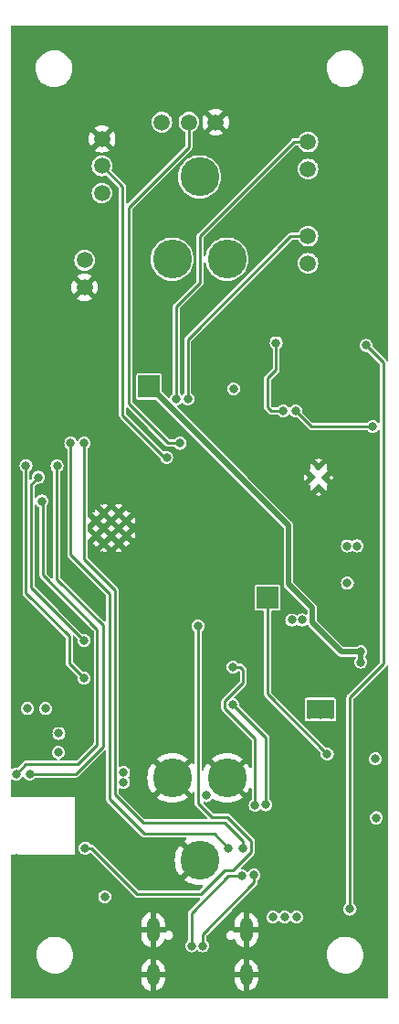
<source format=gbl>
G04 #@! TF.GenerationSoftware,KiCad,Pcbnew,7.0.2*
G04 #@! TF.CreationDate,2024-01-31T20:37:37-08:00*
G04 #@! TF.ProjectId,Lightsaber,4c696768-7473-4616-9265-722e6b696361,rev?*
G04 #@! TF.SameCoordinates,Original*
G04 #@! TF.FileFunction,Copper,L4,Bot*
G04 #@! TF.FilePolarity,Positive*
%FSLAX46Y46*%
G04 Gerber Fmt 4.6, Leading zero omitted, Abs format (unit mm)*
G04 Created by KiCad (PCBNEW 7.0.2) date 2024-01-31 20:37:37*
%MOMM*%
%LPD*%
G01*
G04 APERTURE LIST*
G04 #@! TA.AperFunction,ComponentPad*
%ADD10C,1.498600*%
G04 #@! TD*
G04 #@! TA.AperFunction,ComponentPad*
%ADD11O,1.200000X2.000000*%
G04 #@! TD*
G04 #@! TA.AperFunction,ComponentPad*
%ADD12O,1.200000X2.300000*%
G04 #@! TD*
G04 #@! TA.AperFunction,ComponentPad*
%ADD13C,0.500000*%
G04 #@! TD*
G04 #@! TA.AperFunction,HeatsinkPad*
%ADD14C,0.600000*%
G04 #@! TD*
G04 #@! TA.AperFunction,ComponentPad*
%ADD15R,2.000000X2.000000*%
G04 #@! TD*
G04 #@! TA.AperFunction,SMDPad,CuDef*
%ADD16R,2.500000X1.800000*%
G04 #@! TD*
G04 #@! TA.AperFunction,ComponentPad*
%ADD17C,3.600000*%
G04 #@! TD*
G04 #@! TA.AperFunction,ViaPad*
%ADD18C,0.800000*%
G04 #@! TD*
G04 #@! TA.AperFunction,Conductor*
%ADD19C,0.500000*%
G04 #@! TD*
G04 #@! TA.AperFunction,Conductor*
%ADD20C,0.254000*%
G04 #@! TD*
G04 #@! TA.AperFunction,Conductor*
%ADD21C,0.250000*%
G04 #@! TD*
G04 APERTURE END LIST*
D10*
X27553000Y-133274999D03*
X27553000Y-130775001D03*
X13999878Y-128946900D03*
X16500000Y-128946900D03*
X19000122Y-128946900D03*
D11*
X13179998Y-207848800D03*
X21820002Y-207848800D03*
D12*
X13179998Y-203668801D03*
X21820002Y-203668801D03*
D10*
X27553000Y-141999998D03*
X27553000Y-139500000D03*
D13*
X29100000Y-161800000D03*
X28525000Y-162750000D03*
X28525000Y-160850000D03*
X27950000Y-161800000D03*
D14*
X8610000Y-167900000D03*
X10010000Y-167900000D03*
X7910000Y-167200000D03*
X9310000Y-167200000D03*
X10710000Y-167200000D03*
X8610000Y-166500000D03*
X10010000Y-166500000D03*
X7910000Y-165800000D03*
X9310000Y-165800000D03*
X10710000Y-165800000D03*
X8610000Y-165100000D03*
X10010000Y-165100000D03*
D15*
X23800000Y-172950000D03*
D10*
X6828500Y-141725001D03*
X6828500Y-144224999D03*
X8446900Y-135500122D03*
X8446900Y-133000000D03*
X8446900Y-130499878D03*
D15*
X12800000Y-153400000D03*
D13*
X27700000Y-183950000D03*
X28700000Y-183950000D03*
X29700000Y-183950000D03*
D16*
X28700000Y-183300000D03*
D13*
X27700000Y-182650000D03*
X28700000Y-182650000D03*
X29700000Y-182650000D03*
D17*
X20040000Y-189620000D03*
X17500000Y-197240000D03*
X14960000Y-189620000D03*
X14960000Y-141620000D03*
X17500000Y-134000000D03*
X20040000Y-141620000D03*
D18*
X33890000Y-207140000D03*
X33890000Y-204600000D03*
X33890000Y-202060000D03*
X33890000Y-184280000D03*
X33890000Y-181740000D03*
X33890000Y-141100000D03*
X33890000Y-138560000D03*
X33890000Y-136020000D03*
X33890000Y-133480000D03*
X33890000Y-130940000D03*
X33890000Y-128400000D03*
X33890000Y-125860000D03*
X33890000Y-123320000D03*
X31350000Y-166500000D03*
X31350000Y-143640000D03*
X31350000Y-141100000D03*
X31350000Y-138560000D03*
X31350000Y-133480000D03*
X31350000Y-130940000D03*
X31350000Y-128400000D03*
X28810000Y-207140000D03*
X28810000Y-191900000D03*
X28810000Y-189360000D03*
X28810000Y-158880000D03*
X28810000Y-156340000D03*
X28810000Y-153800000D03*
X28810000Y-148720000D03*
X28810000Y-143640000D03*
X28810000Y-136020000D03*
X28810000Y-128400000D03*
X28810000Y-125860000D03*
X26270000Y-189360000D03*
X26270000Y-148720000D03*
X26270000Y-146180000D03*
X26270000Y-136020000D03*
X26270000Y-128400000D03*
X23730000Y-143640000D03*
X23730000Y-138560000D03*
X23730000Y-130940000D03*
X23730000Y-128400000D03*
X23730000Y-125860000D03*
X23730000Y-123320000D03*
X21190000Y-186820000D03*
X21190000Y-174120000D03*
X21190000Y-130940000D03*
X21190000Y-128400000D03*
X21190000Y-125860000D03*
X21190000Y-123320000D03*
X18650000Y-207140000D03*
X18650000Y-186820000D03*
X18650000Y-184280000D03*
X18650000Y-151260000D03*
X18650000Y-148720000D03*
X18650000Y-130940000D03*
X18650000Y-125860000D03*
X18650000Y-123320000D03*
X16110000Y-207140000D03*
X16110000Y-199520000D03*
X16110000Y-186820000D03*
X16110000Y-184280000D03*
X16110000Y-169040000D03*
X16110000Y-166500000D03*
X16110000Y-163960000D03*
X16110000Y-161420000D03*
X16110000Y-125860000D03*
X16110000Y-123320000D03*
X13570000Y-186820000D03*
X13570000Y-184280000D03*
X13570000Y-169040000D03*
X13570000Y-166500000D03*
X13570000Y-163960000D03*
X13570000Y-161420000D03*
X13570000Y-151260000D03*
X13570000Y-148720000D03*
X13570000Y-146180000D03*
X13570000Y-136020000D03*
X13570000Y-130940000D03*
X13570000Y-125860000D03*
X13570000Y-123320000D03*
X11030000Y-186820000D03*
X11030000Y-184280000D03*
X11030000Y-181740000D03*
X11030000Y-179200000D03*
X11030000Y-176660000D03*
X11030000Y-171580000D03*
X11030000Y-169040000D03*
X11030000Y-163960000D03*
X11030000Y-161420000D03*
X11030000Y-133480000D03*
X11030000Y-130940000D03*
X11030000Y-128400000D03*
X8490000Y-194440000D03*
X8490000Y-169040000D03*
X8490000Y-163960000D03*
X8490000Y-153800000D03*
X8490000Y-148720000D03*
X8490000Y-146180000D03*
X8490000Y-143640000D03*
X8490000Y-141100000D03*
X8490000Y-138560000D03*
X8490000Y-128400000D03*
X5950000Y-186820000D03*
X5950000Y-184280000D03*
X5950000Y-153800000D03*
X5950000Y-148720000D03*
X5950000Y-146180000D03*
X5950000Y-138560000D03*
X5950000Y-136020000D03*
X5950000Y-133480000D03*
X5950000Y-130940000D03*
X5950000Y-128400000D03*
X5950000Y-125860000D03*
X3410000Y-158880000D03*
X3410000Y-153800000D03*
X3410000Y-148720000D03*
X3410000Y-141100000D03*
X3410000Y-138560000D03*
X3410000Y-136020000D03*
X3410000Y-133480000D03*
X3410000Y-130940000D03*
X3410000Y-128400000D03*
X21550000Y-164900000D03*
X20550000Y-155300000D03*
X25250000Y-155650000D03*
X32100000Y-168150000D03*
X27000000Y-175000000D03*
X31200000Y-171600000D03*
X10450000Y-190050000D03*
X20650000Y-153600000D03*
X31200000Y-168150000D03*
X10450000Y-189100000D03*
X26050000Y-175000000D03*
X12850000Y-196950000D03*
X24400000Y-162500000D03*
X28050000Y-187450000D03*
X33500000Y-155350000D03*
X33250000Y-147750000D03*
X33250000Y-146100000D03*
X33500000Y-153750000D03*
X33600000Y-185700000D03*
X27850000Y-202200000D03*
X31250000Y-169850000D03*
X550000Y-197100000D03*
X26300000Y-196300000D03*
X26750000Y-123700000D03*
X33500000Y-158750000D03*
X31200000Y-176700000D03*
X31200000Y-175000000D03*
X8900000Y-208700000D03*
X30850000Y-150700000D03*
X8900000Y-203300000D03*
X26250000Y-194600000D03*
X19950000Y-138500000D03*
X4600000Y-178600000D03*
X4550000Y-180300000D03*
X26250000Y-153100000D03*
X1700000Y-157700000D03*
X750000Y-175300000D03*
X1150000Y-202450000D03*
X24600000Y-194600000D03*
X11150000Y-202450000D03*
X24550000Y-196300000D03*
X33800000Y-192100000D03*
X3437500Y-190050000D03*
X24700000Y-153600000D03*
X24050000Y-205750000D03*
X26950000Y-166500000D03*
X11400000Y-126350000D03*
X6500000Y-192750000D03*
X31250000Y-173300000D03*
X6000000Y-197150000D03*
X20700000Y-132950000D03*
X30600000Y-187450000D03*
X26950000Y-164850000D03*
X6800000Y-182150000D03*
X15450000Y-138500000D03*
X4550000Y-182000000D03*
X26150000Y-179000000D03*
X4600000Y-176900000D03*
X11450000Y-123350000D03*
X8700000Y-196300000D03*
X17900000Y-170700000D03*
X22750000Y-150650000D03*
X13300000Y-193000000D03*
X32850000Y-198350000D03*
X32850000Y-200050000D03*
X10000000Y-199750000D03*
X12150000Y-189950000D03*
X4450000Y-199300000D03*
X6800000Y-178650000D03*
X24300000Y-202500000D03*
X4400000Y-187250000D03*
X18100000Y-191250000D03*
X33900000Y-193300000D03*
X8700000Y-200600000D03*
X3200000Y-183200000D03*
X26500000Y-202500000D03*
X1537500Y-183200000D03*
X4450000Y-185500000D03*
X25400000Y-202500000D03*
X33800000Y-187850000D03*
X33550000Y-157100000D03*
X26400000Y-155650000D03*
X32450000Y-177950000D03*
X32450000Y-178900000D03*
X24600000Y-149350000D03*
X22550000Y-198600000D03*
X17800000Y-205150000D03*
X21400000Y-198650000D03*
X16749999Y-205150001D03*
X16400000Y-154550000D03*
X15350000Y-154550000D03*
X15700000Y-158650000D03*
X14450000Y-159950000D03*
X20600000Y-179350000D03*
X22650000Y-192150000D03*
X23650000Y-192100000D03*
X20600000Y-182850000D03*
X32950000Y-149600000D03*
X31450000Y-201750000D03*
X6800000Y-180400000D03*
X1400000Y-160700000D03*
X29335000Y-187385000D03*
X2550000Y-161800000D03*
X6800000Y-176900000D03*
X5550000Y-158650000D03*
X20200000Y-196150000D03*
X21550000Y-196150000D03*
X6800000Y-158650000D03*
X500000Y-189250000D03*
X2900000Y-164000000D03*
X1750000Y-189250000D03*
X4285000Y-160765000D03*
X6900000Y-196100000D03*
X17350000Y-175550000D03*
D19*
X25750000Y-171700000D02*
X27950000Y-173900000D01*
X25750000Y-166250000D02*
X25750000Y-171700000D01*
X12900000Y-153400000D02*
X25750000Y-166250000D01*
X27950000Y-173900000D02*
X27950000Y-175250000D01*
X27950000Y-175250000D02*
X30650000Y-177950000D01*
X12800000Y-153400000D02*
X12900000Y-153400000D01*
X30650000Y-177950000D02*
X32450000Y-177950000D01*
X32450000Y-177950000D02*
X32450000Y-178900000D01*
D20*
X23800000Y-152650000D02*
X24600000Y-151850000D01*
X23800000Y-155350000D02*
X23800000Y-152650000D01*
X24100000Y-155650000D02*
X23800000Y-155350000D01*
X24600000Y-151850000D02*
X24600000Y-149350000D01*
X25250000Y-155650000D02*
X24100000Y-155650000D01*
X25200000Y-155600000D02*
X25150000Y-155600000D01*
X25250000Y-155650000D02*
X25200000Y-155600000D01*
D21*
X27850000Y-157100000D02*
X33550000Y-157100000D01*
X26400000Y-155650000D02*
X27850000Y-157100000D01*
D20*
X17800000Y-205150000D02*
X17800000Y-204050000D01*
X17800000Y-204050000D02*
X22550000Y-199300000D01*
X22550000Y-199300000D02*
X22550000Y-198600000D01*
X16749999Y-202100001D02*
X20200000Y-198650000D01*
X20200000Y-198650000D02*
X21400000Y-198650000D01*
X16749999Y-205150001D02*
X16749999Y-202100001D01*
D21*
X25950000Y-139500000D02*
X27553000Y-139500000D01*
X16400000Y-154550000D02*
X16400000Y-149050000D01*
X16400000Y-149050000D02*
X25950000Y-139500000D01*
X15350000Y-154550000D02*
X15350000Y-146000000D01*
X15350000Y-146000000D02*
X17550000Y-143800000D01*
X17550000Y-143800000D02*
X17550000Y-139450000D01*
X26224999Y-130775001D02*
X27553000Y-130775001D01*
X17550000Y-139450000D02*
X26224999Y-130775001D01*
D20*
X14600000Y-158650000D02*
X10900000Y-154950000D01*
X16500000Y-131250000D02*
X16500000Y-128946900D01*
X15700000Y-158650000D02*
X14600000Y-158650000D01*
X10900000Y-154950000D02*
X10900000Y-136850000D01*
X10900000Y-136850000D02*
X16500000Y-131250000D01*
X14450000Y-159950000D02*
X14250000Y-159950000D01*
X10350000Y-134903100D02*
X8446900Y-133000000D01*
X10350000Y-156050000D02*
X10350000Y-134903100D01*
X14250000Y-159950000D02*
X10350000Y-156050000D01*
X22650000Y-186000000D02*
X22650000Y-192150000D01*
X19850000Y-182500000D02*
X19850000Y-183200000D01*
X20600000Y-179350000D02*
X21250000Y-179350000D01*
X21550000Y-180800000D02*
X19850000Y-182500000D01*
X21550000Y-179650000D02*
X21550000Y-180800000D01*
X21250000Y-179350000D02*
X21550000Y-179650000D01*
X19850000Y-183200000D02*
X22650000Y-186000000D01*
X23650000Y-185900000D02*
X23650000Y-192100000D01*
X20600000Y-182850000D02*
X23650000Y-185900000D01*
X34550000Y-151200000D02*
X32950000Y-149600000D01*
X34550000Y-179050000D02*
X34550000Y-151200000D01*
X31450000Y-182150000D02*
X34550000Y-179050000D01*
X31450000Y-201750000D02*
X31450000Y-182150000D01*
X6800000Y-180400000D02*
X5400000Y-179000000D01*
X5400000Y-176500000D02*
X1400000Y-172500000D01*
X1400000Y-172500000D02*
X1400000Y-160700000D01*
X5400000Y-179000000D02*
X5400000Y-176500000D01*
X23800000Y-181850000D02*
X23800000Y-172950000D01*
X29335000Y-187385000D02*
X23800000Y-181850000D01*
X1900000Y-162450000D02*
X1900000Y-172000000D01*
X2550000Y-161800000D02*
X2550000Y-161800000D01*
X1900000Y-172000000D02*
X6800000Y-176900000D01*
X2550000Y-161800000D02*
X1900000Y-162450000D01*
X5550000Y-168950000D02*
X5550000Y-158650000D01*
X9150000Y-191550000D02*
X9150000Y-172550000D01*
X20200000Y-196150000D02*
X18850000Y-194800000D01*
X9150000Y-172550000D02*
X5550000Y-168950000D01*
X12400000Y-194800000D02*
X9150000Y-191550000D01*
X18850000Y-194800000D02*
X12400000Y-194800000D01*
X6800000Y-169400000D02*
X6800000Y-158650000D01*
X9650000Y-191150000D02*
X9650000Y-172250000D01*
X21550000Y-195450000D02*
X19850000Y-193750000D01*
X12250000Y-193750000D02*
X9650000Y-191150000D01*
X21550000Y-196150000D02*
X21550000Y-195450000D01*
X19850000Y-193750000D02*
X12250000Y-193750000D01*
X9650000Y-172250000D02*
X6800000Y-169400000D01*
X500000Y-189250000D02*
X1400000Y-188350000D01*
X8000000Y-175850000D02*
X2950000Y-170800000D01*
X1400000Y-188350000D02*
X6200000Y-188350000D01*
X2900000Y-164000000D02*
X2950000Y-163950000D01*
X8000000Y-186550000D02*
X8000000Y-175850000D01*
X6200000Y-188350000D02*
X8000000Y-186550000D01*
X2950000Y-170800000D02*
X2950000Y-164050000D01*
X2950000Y-164050000D02*
X2900000Y-164000000D01*
X4250000Y-171200000D02*
X8550000Y-175500000D01*
X4285000Y-160765000D02*
X4250000Y-160800000D01*
X8550000Y-175500000D02*
X8550000Y-186700000D01*
X4250000Y-160800000D02*
X4250000Y-160850000D01*
X4250000Y-160800000D02*
X4250000Y-171200000D01*
X8550000Y-186700000D02*
X6000000Y-189250000D01*
X6000000Y-189250000D02*
X1750000Y-189250000D01*
X11700000Y-200350000D02*
X7450000Y-196100000D01*
X18650000Y-193250000D02*
X20100000Y-193250000D01*
X17600000Y-200350000D02*
X11700000Y-200350000D01*
X20600000Y-198150000D02*
X19800000Y-198150000D01*
X17350000Y-191950000D02*
X18650000Y-193250000D01*
X19800000Y-198150000D02*
X17600000Y-200350000D01*
X22300000Y-196450000D02*
X20600000Y-198150000D01*
X20100000Y-193250000D02*
X22300000Y-195450000D01*
X7450000Y-196100000D02*
X6900000Y-196100000D01*
X17350000Y-175550000D02*
X17350000Y-191950000D01*
X22300000Y-195450000D02*
X22300000Y-196450000D01*
G04 #@! TA.AperFunction,Conductor*
G36*
X34958691Y-120019407D02*
G01*
X34994655Y-120068907D01*
X34999500Y-120099500D01*
X34999500Y-150954084D01*
X34980593Y-151012275D01*
X34931093Y-151048239D01*
X34869907Y-151048239D01*
X34820407Y-151012275D01*
X34814763Y-151003583D01*
X34804751Y-150986241D01*
X34804750Y-150986240D01*
X34774775Y-150961088D01*
X34768419Y-150955264D01*
X33573621Y-149760467D01*
X33545844Y-149705950D01*
X33545472Y-149677547D01*
X33555682Y-149600000D01*
X33535044Y-149443238D01*
X33474536Y-149297159D01*
X33394795Y-149193238D01*
X33378282Y-149171717D01*
X33252841Y-149075464D01*
X33106761Y-149014955D01*
X32970637Y-148997034D01*
X32950000Y-148994318D01*
X32949999Y-148994318D01*
X32793238Y-149014955D01*
X32647158Y-149075464D01*
X32521717Y-149171717D01*
X32425464Y-149297158D01*
X32364955Y-149443238D01*
X32344318Y-149600000D01*
X32364955Y-149756761D01*
X32425464Y-149902841D01*
X32521717Y-150028282D01*
X32617971Y-150102139D01*
X32647159Y-150124536D01*
X32793238Y-150185044D01*
X32950000Y-150205682D01*
X33027542Y-150195472D01*
X33087700Y-150206621D01*
X33110467Y-150223621D01*
X34193504Y-151306658D01*
X34221281Y-151361175D01*
X34222500Y-151376662D01*
X34222500Y-156698344D01*
X34203593Y-156756535D01*
X34154093Y-156792499D01*
X34092907Y-156792499D01*
X34044958Y-156758611D01*
X33978282Y-156671717D01*
X33852841Y-156575464D01*
X33706761Y-156514955D01*
X33550000Y-156494318D01*
X33393238Y-156514955D01*
X33247158Y-156575464D01*
X33121717Y-156671717D01*
X33072571Y-156735767D01*
X33022147Y-156770423D01*
X32994029Y-156774500D01*
X28025834Y-156774500D01*
X27967643Y-156755593D01*
X27955830Y-156745504D01*
X27023292Y-155812966D01*
X26995515Y-155758449D01*
X26995143Y-155730046D01*
X27005682Y-155650000D01*
X26985044Y-155493238D01*
X26924536Y-155347159D01*
X26875895Y-155283768D01*
X26828282Y-155221717D01*
X26702841Y-155125464D01*
X26556761Y-155064955D01*
X26400000Y-155044318D01*
X26243238Y-155064955D01*
X26097158Y-155125464D01*
X25971717Y-155221717D01*
X25903542Y-155310566D01*
X25853118Y-155345222D01*
X25791953Y-155343621D01*
X25746458Y-155310566D01*
X25678282Y-155221717D01*
X25552841Y-155125464D01*
X25406761Y-155064955D01*
X25270636Y-155047034D01*
X25250000Y-155044318D01*
X25249999Y-155044318D01*
X25093238Y-155064955D01*
X24947158Y-155125464D01*
X24821719Y-155221716D01*
X24774105Y-155283768D01*
X24723680Y-155318423D01*
X24695563Y-155322500D01*
X24276662Y-155322500D01*
X24218471Y-155303593D01*
X24206658Y-155293504D01*
X24156496Y-155243342D01*
X24128719Y-155188825D01*
X24127500Y-155173338D01*
X24127500Y-152826662D01*
X24146407Y-152768471D01*
X24156496Y-152756658D01*
X24476914Y-152436240D01*
X24818423Y-152094730D01*
X24824781Y-152088906D01*
X24854750Y-152063760D01*
X24874315Y-152029871D01*
X24878943Y-152022605D01*
X24901394Y-151990543D01*
X24901806Y-151989004D01*
X24911698Y-151965121D01*
X24912497Y-151963739D01*
X24919290Y-151925211D01*
X24921157Y-151916785D01*
X24931287Y-151878984D01*
X24927876Y-151840010D01*
X24927500Y-151831381D01*
X24927500Y-149904435D01*
X24946407Y-149846244D01*
X24966231Y-149825894D01*
X25028282Y-149778282D01*
X25124536Y-149652841D01*
X25185044Y-149506762D01*
X25205682Y-149350000D01*
X25185044Y-149193238D01*
X25124536Y-149047159D01*
X25069338Y-148975223D01*
X25028282Y-148921717D01*
X24902841Y-148825464D01*
X24756761Y-148764955D01*
X24600000Y-148744318D01*
X24443238Y-148764955D01*
X24297158Y-148825464D01*
X24171717Y-148921717D01*
X24075464Y-149047158D01*
X24014955Y-149193238D01*
X23994318Y-149350000D01*
X24014955Y-149506761D01*
X24075464Y-149652841D01*
X24171716Y-149778281D01*
X24199859Y-149799875D01*
X24233766Y-149825893D01*
X24268423Y-149876316D01*
X24272500Y-149904435D01*
X24272500Y-151673337D01*
X24253593Y-151731528D01*
X24243504Y-151743341D01*
X23581589Y-152405255D01*
X23575223Y-152411088D01*
X23545249Y-152436240D01*
X23525683Y-152470128D01*
X23521045Y-152477409D01*
X23498604Y-152509457D01*
X23498190Y-152511006D01*
X23488305Y-152534870D01*
X23487503Y-152536258D01*
X23480708Y-152574794D01*
X23478839Y-152583223D01*
X23468712Y-152621015D01*
X23472123Y-152659987D01*
X23472500Y-152668617D01*
X23472500Y-155331382D01*
X23472123Y-155340012D01*
X23468712Y-155378984D01*
X23478839Y-155416778D01*
X23480708Y-155425207D01*
X23487502Y-155463737D01*
X23488303Y-155465124D01*
X23498192Y-155488999D01*
X23498605Y-155490543D01*
X23521045Y-155522589D01*
X23525680Y-155529864D01*
X23536070Y-155547861D01*
X23545250Y-155563761D01*
X23575223Y-155588911D01*
X23581591Y-155594745D01*
X23855253Y-155868407D01*
X23861087Y-155874774D01*
X23886240Y-155904750D01*
X23920127Y-155924315D01*
X23927409Y-155928955D01*
X23959454Y-155951393D01*
X23959456Y-155951393D01*
X23959457Y-155951394D01*
X23960995Y-155951806D01*
X23984873Y-155961696D01*
X23986261Y-155962497D01*
X24010589Y-155966786D01*
X24024788Y-155969290D01*
X24033224Y-155971160D01*
X24071015Y-155981287D01*
X24071015Y-155981286D01*
X24071016Y-155981287D01*
X24109988Y-155977876D01*
X24118618Y-155977500D01*
X24695563Y-155977500D01*
X24753754Y-155996407D01*
X24774105Y-156016232D01*
X24821718Y-156078282D01*
X24947159Y-156174536D01*
X25093238Y-156235044D01*
X25250000Y-156255682D01*
X25406762Y-156235044D01*
X25552841Y-156174536D01*
X25678282Y-156078282D01*
X25746458Y-155989432D01*
X25796882Y-155954777D01*
X25858046Y-155956378D01*
X25903542Y-155989433D01*
X25971717Y-156078282D01*
X26021887Y-156116778D01*
X26097159Y-156174536D01*
X26243238Y-156235044D01*
X26400000Y-156255682D01*
X26480042Y-156245143D01*
X26540200Y-156256292D01*
X26562966Y-156273292D01*
X27606730Y-157317056D01*
X27612564Y-157323423D01*
X27637545Y-157353194D01*
X27671215Y-157372633D01*
X27678477Y-157377260D01*
X27710316Y-157399554D01*
X27711765Y-157399942D01*
X27711768Y-157399943D01*
X27735650Y-157409834D01*
X27736955Y-157410588D01*
X27770732Y-157416543D01*
X27775220Y-157417335D01*
X27783647Y-157419203D01*
X27821193Y-157429264D01*
X27859909Y-157425876D01*
X27868537Y-157425500D01*
X32994029Y-157425500D01*
X33052220Y-157444407D01*
X33072571Y-157464233D01*
X33121717Y-157528282D01*
X33217971Y-157602139D01*
X33247159Y-157624536D01*
X33393238Y-157685044D01*
X33550000Y-157705682D01*
X33706762Y-157685044D01*
X33852841Y-157624536D01*
X33978282Y-157528282D01*
X34044957Y-157441388D01*
X34095382Y-157406732D01*
X34156546Y-157408333D01*
X34205088Y-157445580D01*
X34222500Y-157501655D01*
X34222500Y-178873337D01*
X34203593Y-178931528D01*
X34193504Y-178943341D01*
X31231589Y-181905255D01*
X31225223Y-181911088D01*
X31195249Y-181936240D01*
X31175683Y-181970128D01*
X31171045Y-181977409D01*
X31148604Y-182009457D01*
X31148190Y-182011006D01*
X31138305Y-182034870D01*
X31137503Y-182036258D01*
X31130708Y-182074794D01*
X31128839Y-182083223D01*
X31118712Y-182121017D01*
X31122122Y-182159989D01*
X31122499Y-182168617D01*
X31122500Y-201195563D01*
X31103593Y-201253754D01*
X31083768Y-201274105D01*
X31021716Y-201321719D01*
X30925464Y-201447158D01*
X30864955Y-201593238D01*
X30844318Y-201750000D01*
X30864955Y-201906761D01*
X30925464Y-202052841D01*
X31021717Y-202178282D01*
X31096488Y-202235655D01*
X31147159Y-202274536D01*
X31293238Y-202335044D01*
X31450000Y-202355682D01*
X31606762Y-202335044D01*
X31752841Y-202274536D01*
X31878282Y-202178282D01*
X31974536Y-202052841D01*
X32035044Y-201906762D01*
X32055682Y-201750000D01*
X32035044Y-201593238D01*
X31974536Y-201447159D01*
X31878282Y-201321718D01*
X31816232Y-201274105D01*
X31781577Y-201223680D01*
X31777500Y-201195563D01*
X31777500Y-193300000D01*
X33294318Y-193300000D01*
X33314955Y-193456761D01*
X33375464Y-193602841D01*
X33471717Y-193728282D01*
X33567971Y-193802139D01*
X33597159Y-193824536D01*
X33743238Y-193885044D01*
X33900000Y-193905682D01*
X34056762Y-193885044D01*
X34202841Y-193824536D01*
X34328282Y-193728282D01*
X34424536Y-193602841D01*
X34485044Y-193456762D01*
X34505682Y-193300000D01*
X34485044Y-193143238D01*
X34424536Y-192997159D01*
X34387279Y-192948605D01*
X34328282Y-192871717D01*
X34202841Y-192775464D01*
X34056761Y-192714955D01*
X33900000Y-192694318D01*
X33743238Y-192714955D01*
X33597158Y-192775464D01*
X33471717Y-192871717D01*
X33375464Y-192997158D01*
X33314955Y-193143238D01*
X33294318Y-193300000D01*
X31777500Y-193300000D01*
X31777500Y-187850000D01*
X33194318Y-187850000D01*
X33214955Y-188006761D01*
X33275464Y-188152841D01*
X33371717Y-188278282D01*
X33467970Y-188352139D01*
X33497159Y-188374536D01*
X33643238Y-188435044D01*
X33800000Y-188455682D01*
X33956762Y-188435044D01*
X34102841Y-188374536D01*
X34228282Y-188278282D01*
X34324536Y-188152841D01*
X34385044Y-188006762D01*
X34405682Y-187850000D01*
X34385044Y-187693238D01*
X34324536Y-187547159D01*
X34282174Y-187491951D01*
X34228282Y-187421717D01*
X34102841Y-187325464D01*
X33956761Y-187264955D01*
X33800000Y-187244318D01*
X33643238Y-187264955D01*
X33497158Y-187325464D01*
X33371717Y-187421717D01*
X33275464Y-187547158D01*
X33214955Y-187693238D01*
X33194318Y-187850000D01*
X31777500Y-187850000D01*
X31777500Y-182326661D01*
X31796407Y-182268470D01*
X31806490Y-182256663D01*
X34768422Y-179294730D01*
X34774768Y-179288916D01*
X34804750Y-179263760D01*
X34814763Y-179246415D01*
X34860232Y-179205474D01*
X34921082Y-179199078D01*
X34974071Y-179229670D01*
X34998958Y-179285565D01*
X34999500Y-179295915D01*
X34999500Y-209900500D01*
X34980593Y-209958691D01*
X34931093Y-209994655D01*
X34900500Y-209999500D01*
X99500Y-209999500D01*
X41309Y-209980593D01*
X5345Y-209931093D01*
X500Y-209900500D01*
X500Y-208298849D01*
X12079998Y-208298849D01*
X12080221Y-208303544D01*
X12094963Y-208457924D01*
X12154147Y-208659489D01*
X12250409Y-208846210D01*
X12380269Y-209011341D01*
X12539029Y-209148907D01*
X12720965Y-209253947D01*
X12919484Y-209322656D01*
X12929997Y-209324167D01*
X12929998Y-209324166D01*
X12929998Y-208419229D01*
X12950846Y-208452900D01*
X13041783Y-208521572D01*
X13151387Y-208552757D01*
X13264855Y-208542243D01*
X13366863Y-208491449D01*
X13429997Y-208422193D01*
X13429997Y-209320058D01*
X13541410Y-209293030D01*
X13732496Y-209205763D01*
X13903621Y-209083905D01*
X14048590Y-208931866D01*
X14162166Y-208755139D01*
X14240242Y-208560116D01*
X14279998Y-208353837D01*
X14279998Y-208298849D01*
X20720002Y-208298849D01*
X20720225Y-208303544D01*
X20734967Y-208457924D01*
X20794151Y-208659489D01*
X20890413Y-208846210D01*
X21020273Y-209011341D01*
X21179033Y-209148907D01*
X21360969Y-209253947D01*
X21559488Y-209322656D01*
X21570001Y-209324167D01*
X21570002Y-209324166D01*
X21570002Y-208419229D01*
X21590850Y-208452900D01*
X21681787Y-208521572D01*
X21791391Y-208552757D01*
X21904859Y-208542243D01*
X22006867Y-208491449D01*
X22070002Y-208422192D01*
X22070002Y-209320057D01*
X22181414Y-209293030D01*
X22372500Y-209205763D01*
X22543625Y-209083905D01*
X22688594Y-208931866D01*
X22802170Y-208755139D01*
X22880246Y-208560116D01*
X22920002Y-208353837D01*
X22920002Y-208098801D01*
X22920001Y-208098800D01*
X22124802Y-208098800D01*
X22124802Y-207598800D01*
X22920001Y-207598800D01*
X22920002Y-207598799D01*
X22920002Y-207398750D01*
X22919778Y-207394055D01*
X22905036Y-207239675D01*
X22845852Y-207038110D01*
X22749590Y-206851389D01*
X22619730Y-206686258D01*
X22460970Y-206548692D01*
X22279034Y-206443652D01*
X22080515Y-206374943D01*
X22070003Y-206373431D01*
X22070002Y-206373432D01*
X22070002Y-207278370D01*
X22049154Y-207244700D01*
X21958217Y-207176028D01*
X21848613Y-207144843D01*
X21735145Y-207155357D01*
X21633137Y-207206151D01*
X21570002Y-207275407D01*
X21570002Y-206377540D01*
X21570001Y-206377540D01*
X21458594Y-206404569D01*
X21267499Y-206491839D01*
X21096378Y-206613694D01*
X20951409Y-206765733D01*
X20837833Y-206942460D01*
X20759757Y-207137483D01*
X20720002Y-207343762D01*
X20720002Y-207598799D01*
X20720003Y-207598800D01*
X21515202Y-207598800D01*
X21515202Y-208098800D01*
X20720003Y-208098800D01*
X20720002Y-208098801D01*
X20720002Y-208298849D01*
X14279998Y-208298849D01*
X14279998Y-208098801D01*
X14279997Y-208098800D01*
X13484798Y-208098800D01*
X13484798Y-207598800D01*
X14279997Y-207598800D01*
X14279998Y-207598799D01*
X14279998Y-207398750D01*
X14279774Y-207394055D01*
X14265032Y-207239675D01*
X14205848Y-207038110D01*
X14109586Y-206851389D01*
X13979726Y-206686258D01*
X13820966Y-206548692D01*
X13639030Y-206443652D01*
X13440511Y-206374943D01*
X13429999Y-206373431D01*
X13429997Y-206373432D01*
X13429997Y-207278370D01*
X13409150Y-207244700D01*
X13318213Y-207176028D01*
X13208609Y-207144843D01*
X13095141Y-207155357D01*
X12993133Y-207206151D01*
X12929997Y-207275408D01*
X12929997Y-206377541D01*
X12818588Y-206404570D01*
X12627495Y-206491839D01*
X12456374Y-206613694D01*
X12311405Y-206765733D01*
X12197829Y-206942460D01*
X12119753Y-207137483D01*
X12079998Y-207343762D01*
X12079998Y-207598799D01*
X12079999Y-207598800D01*
X12875198Y-207598800D01*
X12875198Y-208098800D01*
X12079999Y-208098800D01*
X12079998Y-208098801D01*
X12079998Y-208298849D01*
X500Y-208298849D01*
X500Y-205934678D01*
X2362148Y-205934678D01*
X2372148Y-206195591D01*
X2421862Y-206451927D01*
X2510120Y-206697666D01*
X2634859Y-206927059D01*
X2788212Y-207128238D01*
X2793150Y-207134716D01*
X2981286Y-207315778D01*
X3092573Y-207394055D01*
X3194859Y-207466001D01*
X3428851Y-207581859D01*
X3568397Y-207626020D01*
X3677795Y-207660641D01*
X3935845Y-207700500D01*
X3935847Y-207700500D01*
X4129672Y-207700500D01*
X4131577Y-207700500D01*
X4326744Y-207685516D01*
X4580986Y-207626021D01*
X4823166Y-207528414D01*
X5047608Y-207394982D01*
X5249052Y-207228852D01*
X5422775Y-207033920D01*
X5564706Y-206814753D01*
X5671518Y-206576489D01*
X5740707Y-206324713D01*
X5770652Y-206065325D01*
X5765644Y-205934678D01*
X29295748Y-205934678D01*
X29305748Y-206195591D01*
X29355462Y-206451927D01*
X29443720Y-206697666D01*
X29568459Y-206927059D01*
X29721812Y-207128238D01*
X29726750Y-207134716D01*
X29914886Y-207315778D01*
X30026173Y-207394055D01*
X30128459Y-207466001D01*
X30362451Y-207581859D01*
X30501997Y-207626020D01*
X30611395Y-207660641D01*
X30869445Y-207700500D01*
X30869447Y-207700500D01*
X31063272Y-207700500D01*
X31065177Y-207700500D01*
X31260344Y-207685516D01*
X31514586Y-207626021D01*
X31756766Y-207528414D01*
X31981208Y-207394982D01*
X32182652Y-207228852D01*
X32356375Y-207033920D01*
X32498306Y-206814753D01*
X32605118Y-206576489D01*
X32674307Y-206324713D01*
X32704252Y-206065325D01*
X32694251Y-205804407D01*
X32644538Y-205548073D01*
X32556279Y-205302332D01*
X32492610Y-205185247D01*
X32431540Y-205072940D01*
X32273252Y-204865287D01*
X32273250Y-204865284D01*
X32085114Y-204684222D01*
X31871544Y-204534001D01*
X31871540Y-204533998D01*
X31637548Y-204418140D01*
X31388609Y-204339360D01*
X31388607Y-204339359D01*
X31388605Y-204339359D01*
X31130555Y-204299500D01*
X30934823Y-204299500D01*
X30932936Y-204299644D01*
X30932932Y-204299645D01*
X30739654Y-204314484D01*
X30485414Y-204373979D01*
X30243231Y-204471587D01*
X30018795Y-204605015D01*
X29817345Y-204771149D01*
X29643623Y-204966081D01*
X29501695Y-205185244D01*
X29394881Y-205423513D01*
X29325693Y-205675284D01*
X29295748Y-205934678D01*
X5765644Y-205934678D01*
X5760651Y-205804407D01*
X5710938Y-205548073D01*
X5622679Y-205302332D01*
X5559010Y-205185247D01*
X5497940Y-205072940D01*
X5339652Y-204865287D01*
X5339650Y-204865284D01*
X5151514Y-204684222D01*
X4937944Y-204534001D01*
X4937940Y-204533998D01*
X4703948Y-204418140D01*
X4455009Y-204339360D01*
X4455007Y-204339359D01*
X4455005Y-204339359D01*
X4196955Y-204299500D01*
X4001223Y-204299500D01*
X3999336Y-204299644D01*
X3999332Y-204299645D01*
X3806054Y-204314484D01*
X3551814Y-204373979D01*
X3309631Y-204471587D01*
X3085195Y-204605015D01*
X2883745Y-204771149D01*
X2710023Y-204966081D01*
X2568095Y-205185244D01*
X2461281Y-205423513D01*
X2392093Y-205675284D01*
X2362148Y-205934678D01*
X500Y-205934678D01*
X500Y-203418800D01*
X12079997Y-203418800D01*
X12079999Y-203418801D01*
X12875198Y-203418801D01*
X12875198Y-203918801D01*
X12079999Y-203918801D01*
X12079998Y-203918802D01*
X12079998Y-204268850D01*
X12080221Y-204273545D01*
X12094963Y-204427925D01*
X12154147Y-204629490D01*
X12250409Y-204816211D01*
X12380269Y-204981342D01*
X12539029Y-205118908D01*
X12720965Y-205223948D01*
X12919485Y-205292657D01*
X12929996Y-205294168D01*
X12929997Y-205294167D01*
X12929997Y-204390028D01*
X12950846Y-204423701D01*
X13041783Y-204492373D01*
X13151387Y-204523558D01*
X13264855Y-204513044D01*
X13366863Y-204462250D01*
X13429998Y-204392993D01*
X13429998Y-205290058D01*
X13541410Y-205263031D01*
X13732496Y-205175764D01*
X13903621Y-205053906D01*
X14048590Y-204901867D01*
X14162166Y-204725141D01*
X14223400Y-204572186D01*
X14262580Y-204525191D01*
X14321900Y-204510201D01*
X14371075Y-204527182D01*
X14421015Y-204561231D01*
X14545082Y-204599500D01*
X14545083Y-204599500D01*
X14642279Y-204599500D01*
X14706349Y-204589842D01*
X14738385Y-204585014D01*
X14855363Y-204528681D01*
X14950538Y-204440370D01*
X15015456Y-204327930D01*
X15044347Y-204201350D01*
X15034644Y-204071878D01*
X15034644Y-204071876D01*
X14987211Y-203951019D01*
X14906259Y-203849508D01*
X14906259Y-203849507D01*
X14798985Y-203776369D01*
X14674918Y-203738100D01*
X14577723Y-203738100D01*
X14577721Y-203738100D01*
X14481615Y-203752585D01*
X14364636Y-203808918D01*
X14274697Y-203892372D01*
X14219180Y-203918093D01*
X14207359Y-203918801D01*
X13484798Y-203918801D01*
X13484798Y-203418801D01*
X14279997Y-203418801D01*
X14279998Y-203418800D01*
X14279998Y-203068751D01*
X14279774Y-203064056D01*
X14265032Y-202909676D01*
X14205848Y-202708111D01*
X14109586Y-202521390D01*
X13979726Y-202356259D01*
X13820966Y-202218693D01*
X13639030Y-202113653D01*
X13440512Y-202044944D01*
X13429997Y-202043432D01*
X13429997Y-202947570D01*
X13409150Y-202913901D01*
X13318213Y-202845229D01*
X13208609Y-202814044D01*
X13095141Y-202824558D01*
X12993133Y-202875352D01*
X12929998Y-202944608D01*
X12929998Y-202047541D01*
X12929997Y-202047541D01*
X12818590Y-202074570D01*
X12627495Y-202161840D01*
X12456374Y-202283695D01*
X12311405Y-202435734D01*
X12197829Y-202612461D01*
X12119753Y-202807484D01*
X12079998Y-203013763D01*
X12079997Y-203418800D01*
X500Y-203418800D01*
X500Y-200600000D01*
X8094318Y-200600000D01*
X8114955Y-200756761D01*
X8175464Y-200902841D01*
X8271717Y-201028282D01*
X8367970Y-201102139D01*
X8397159Y-201124536D01*
X8543238Y-201185044D01*
X8700000Y-201205682D01*
X8856762Y-201185044D01*
X9002841Y-201124536D01*
X9128282Y-201028282D01*
X9224536Y-200902841D01*
X9285044Y-200756762D01*
X9305682Y-200600000D01*
X9285044Y-200443238D01*
X9224536Y-200297159D01*
X9202139Y-200267971D01*
X9128282Y-200171717D01*
X9002841Y-200075464D01*
X8856761Y-200014955D01*
X8700000Y-199994318D01*
X8543238Y-200014955D01*
X8397158Y-200075464D01*
X8271717Y-200171717D01*
X8175464Y-200297158D01*
X8114955Y-200443238D01*
X8094318Y-200600000D01*
X500Y-200600000D01*
X500Y-196799000D01*
X19407Y-196740809D01*
X68907Y-196704845D01*
X99500Y-196700000D01*
X5949999Y-196700000D01*
X5950000Y-196700000D01*
X5950000Y-191350000D01*
X5949999Y-191350000D01*
X99500Y-191350000D01*
X41309Y-191331093D01*
X5345Y-191281593D01*
X500Y-191251000D01*
X500Y-189824386D01*
X19407Y-189766195D01*
X68907Y-189730231D01*
X130093Y-189730231D01*
X159766Y-189745843D01*
X197159Y-189774536D01*
X343238Y-189835044D01*
X500000Y-189855682D01*
X656762Y-189835044D01*
X802841Y-189774536D01*
X928282Y-189678282D01*
X1024536Y-189552841D01*
X1033536Y-189531110D01*
X1073273Y-189484587D01*
X1132767Y-189470303D01*
X1189295Y-189493718D01*
X1216464Y-189531112D01*
X1225464Y-189552842D01*
X1321717Y-189678282D01*
X1417971Y-189752139D01*
X1447159Y-189774536D01*
X1593238Y-189835044D01*
X1750000Y-189855682D01*
X1906762Y-189835044D01*
X2052841Y-189774536D01*
X2178282Y-189678282D01*
X2225894Y-189616232D01*
X2276320Y-189581577D01*
X2304437Y-189577500D01*
X5981382Y-189577500D01*
X5990012Y-189577877D01*
X6028982Y-189581287D01*
X6028982Y-189581286D01*
X6028984Y-189581287D01*
X6066785Y-189571157D01*
X6075211Y-189569290D01*
X6113736Y-189562498D01*
X6113737Y-189562497D01*
X6113739Y-189562497D01*
X6115116Y-189561701D01*
X6139003Y-189551806D01*
X6140543Y-189551394D01*
X6172591Y-189528952D01*
X6179876Y-189524312D01*
X6189205Y-189518926D01*
X6213760Y-189504750D01*
X6238916Y-189474768D01*
X6244730Y-189468422D01*
X8653497Y-187059656D01*
X8708013Y-187031880D01*
X8768445Y-187041451D01*
X8811710Y-187084716D01*
X8822500Y-187129661D01*
X8822500Y-191531382D01*
X8822123Y-191540012D01*
X8818712Y-191578984D01*
X8828839Y-191616778D01*
X8830708Y-191625207D01*
X8837502Y-191663737D01*
X8838303Y-191665124D01*
X8848192Y-191688999D01*
X8848605Y-191690543D01*
X8871045Y-191722589D01*
X8875680Y-191729864D01*
X8886070Y-191747861D01*
X8895250Y-191763761D01*
X8925223Y-191788911D01*
X8931591Y-191794745D01*
X12155264Y-195018419D01*
X12161088Y-195024775D01*
X12186240Y-195054750D01*
X12186241Y-195054751D01*
X12220118Y-195074309D01*
X12227403Y-195078950D01*
X12250171Y-195094892D01*
X12259457Y-195101394D01*
X12260995Y-195101806D01*
X12284873Y-195111696D01*
X12286261Y-195112497D01*
X12310589Y-195116786D01*
X12324788Y-195119290D01*
X12333224Y-195121160D01*
X12371015Y-195131287D01*
X12371015Y-195131286D01*
X12371016Y-195131287D01*
X12409988Y-195127876D01*
X12418618Y-195127500D01*
X16195330Y-195127500D01*
X16253521Y-195146407D01*
X16289485Y-195195907D01*
X16289485Y-195257093D01*
X16253521Y-195306593D01*
X16250331Y-195308816D01*
X16099538Y-195409571D01*
X16094405Y-195413510D01*
X16058528Y-195444973D01*
X17054317Y-196440764D01*
X16959214Y-196495672D01*
X16816277Y-196624373D01*
X16703222Y-196779980D01*
X16698047Y-196791602D01*
X15704973Y-195798528D01*
X15673510Y-195834405D01*
X15669571Y-195839538D01*
X15505669Y-196084836D01*
X15502432Y-196090444D01*
X15371951Y-196355032D01*
X15369476Y-196361007D01*
X15274644Y-196640373D01*
X15272972Y-196646612D01*
X15215414Y-196935974D01*
X15214572Y-196942374D01*
X15195277Y-197236765D01*
X15195277Y-197243234D01*
X15214572Y-197537625D01*
X15215414Y-197544025D01*
X15272972Y-197833387D01*
X15274644Y-197839626D01*
X15369475Y-198118988D01*
X15371955Y-198124974D01*
X15502431Y-198389555D01*
X15505668Y-198395163D01*
X15669573Y-198640464D01*
X15673512Y-198645597D01*
X15704973Y-198681470D01*
X16698046Y-197688396D01*
X16703222Y-197700020D01*
X16816277Y-197855627D01*
X16959214Y-197984328D01*
X17054317Y-198039235D01*
X16058528Y-199035025D01*
X16094406Y-199066490D01*
X16099536Y-199070427D01*
X16344836Y-199234331D01*
X16350444Y-199237568D01*
X16615025Y-199368044D01*
X16621011Y-199370524D01*
X16900373Y-199465355D01*
X16906612Y-199467027D01*
X17195974Y-199524585D01*
X17202374Y-199525427D01*
X17496766Y-199544723D01*
X17503234Y-199544723D01*
X17710432Y-199531142D01*
X17769735Y-199546203D01*
X17808859Y-199593245D01*
X17812861Y-199654299D01*
X17786911Y-199699933D01*
X17493343Y-199993503D01*
X17438826Y-200021281D01*
X17423339Y-200022500D01*
X11876663Y-200022500D01*
X11818472Y-200003593D01*
X11806659Y-199993504D01*
X7694745Y-195881591D01*
X7688911Y-195875223D01*
X7663761Y-195845250D01*
X7644976Y-195834405D01*
X7629864Y-195825680D01*
X7622589Y-195821045D01*
X7590543Y-195798605D01*
X7588999Y-195798192D01*
X7565126Y-195788303D01*
X7563739Y-195787503D01*
X7563738Y-195787502D01*
X7563737Y-195787502D01*
X7525207Y-195780708D01*
X7516778Y-195778839D01*
X7478983Y-195768712D01*
X7461614Y-195770232D01*
X7401997Y-195756469D01*
X7374444Y-195731877D01*
X7328280Y-195671716D01*
X7202841Y-195575464D01*
X7056761Y-195514955D01*
X6900000Y-195494318D01*
X6743238Y-195514955D01*
X6597158Y-195575464D01*
X6471717Y-195671717D01*
X6375464Y-195797158D01*
X6314955Y-195943238D01*
X6294318Y-196100000D01*
X6314955Y-196256761D01*
X6375464Y-196402841D01*
X6471717Y-196528282D01*
X6567971Y-196602139D01*
X6597159Y-196624536D01*
X6743238Y-196685044D01*
X6900000Y-196705682D01*
X7056762Y-196685044D01*
X7202841Y-196624536D01*
X7308541Y-196543429D01*
X7366218Y-196523005D01*
X7424883Y-196540383D01*
X7438813Y-196551967D01*
X11455264Y-200568419D01*
X11461088Y-200574775D01*
X11486240Y-200604750D01*
X11486241Y-200604751D01*
X11520120Y-200624310D01*
X11527397Y-200628945D01*
X11559457Y-200651395D01*
X11561001Y-200651808D01*
X11584875Y-200661697D01*
X11586261Y-200662497D01*
X11624787Y-200669289D01*
X11633214Y-200671157D01*
X11671016Y-200681287D01*
X11709988Y-200677876D01*
X11718618Y-200677500D01*
X17470337Y-200677500D01*
X17528528Y-200696407D01*
X17564492Y-200745907D01*
X17564492Y-200807093D01*
X17540341Y-200846504D01*
X16531588Y-201855256D01*
X16525222Y-201861089D01*
X16495248Y-201886241D01*
X16475682Y-201920129D01*
X16471044Y-201927410D01*
X16448603Y-201959458D01*
X16448189Y-201961007D01*
X16438304Y-201984871D01*
X16437502Y-201986259D01*
X16430707Y-202024795D01*
X16428838Y-202033224D01*
X16418711Y-202071016D01*
X16422122Y-202109988D01*
X16422499Y-202118618D01*
X16422499Y-204595564D01*
X16403592Y-204653755D01*
X16383767Y-204674106D01*
X16321715Y-204721720D01*
X16225463Y-204847159D01*
X16164954Y-204993239D01*
X16144317Y-205150000D01*
X16164954Y-205306762D01*
X16225463Y-205452842D01*
X16321716Y-205578283D01*
X16417969Y-205652140D01*
X16447158Y-205674537D01*
X16593237Y-205735045D01*
X16749999Y-205755683D01*
X16906761Y-205735045D01*
X17052840Y-205674537D01*
X17178281Y-205578283D01*
X17196456Y-205554595D01*
X17246879Y-205519940D01*
X17308044Y-205521540D01*
X17353541Y-205554594D01*
X17371718Y-205578283D01*
X17473480Y-205656366D01*
X17497159Y-205674536D01*
X17643238Y-205735044D01*
X17800000Y-205755682D01*
X17956762Y-205735044D01*
X18102841Y-205674536D01*
X18228282Y-205578282D01*
X18324536Y-205452841D01*
X18385044Y-205306762D01*
X18405682Y-205150000D01*
X18385044Y-204993238D01*
X18324536Y-204847159D01*
X18266211Y-204771148D01*
X18228283Y-204721719D01*
X18166232Y-204674105D01*
X18131577Y-204623680D01*
X18127500Y-204595563D01*
X18127500Y-204226662D01*
X18146407Y-204168471D01*
X18156496Y-204156658D01*
X18176903Y-204136251D01*
X19955653Y-204136251D01*
X19965355Y-204265723D01*
X20012788Y-204386580D01*
X20055683Y-204440369D01*
X20093741Y-204488092D01*
X20201015Y-204561231D01*
X20325082Y-204599500D01*
X20325083Y-204599500D01*
X20422279Y-204599500D01*
X20486349Y-204589842D01*
X20518385Y-204585014D01*
X20635363Y-204528681D01*
X20635363Y-204528680D01*
X20643463Y-204524780D01*
X20704095Y-204516567D01*
X20757974Y-204545561D01*
X20781406Y-204586083D01*
X20794151Y-204629487D01*
X20890413Y-204816211D01*
X21020273Y-204981342D01*
X21179033Y-205118908D01*
X21360969Y-205223948D01*
X21559488Y-205292657D01*
X21570001Y-205294168D01*
X21570002Y-205294167D01*
X21570002Y-204390030D01*
X21590850Y-204423701D01*
X21681787Y-204492373D01*
X21791391Y-204523558D01*
X21904859Y-204513044D01*
X22006867Y-204462250D01*
X22070002Y-204392993D01*
X22070002Y-205290058D01*
X22181414Y-205263031D01*
X22372500Y-205175764D01*
X22543625Y-205053906D01*
X22688594Y-204901867D01*
X22802170Y-204725140D01*
X22880246Y-204530117D01*
X22920002Y-204323838D01*
X22920002Y-203918802D01*
X22920001Y-203918801D01*
X22124802Y-203918801D01*
X22124802Y-203418801D01*
X22920001Y-203418801D01*
X22920002Y-203418800D01*
X22920002Y-203068751D01*
X22919778Y-203064056D01*
X22905036Y-202909676D01*
X22845852Y-202708111D01*
X22749590Y-202521390D01*
X22732769Y-202500000D01*
X23694318Y-202500000D01*
X23714955Y-202656761D01*
X23775464Y-202802841D01*
X23871717Y-202928282D01*
X23967971Y-203002139D01*
X23997159Y-203024536D01*
X24143238Y-203085044D01*
X24300000Y-203105682D01*
X24456762Y-203085044D01*
X24602841Y-203024536D01*
X24728282Y-202928282D01*
X24771458Y-202872013D01*
X24821880Y-202837358D01*
X24883044Y-202838959D01*
X24928541Y-202872014D01*
X24971717Y-202928282D01*
X25067971Y-203002139D01*
X25097159Y-203024536D01*
X25243238Y-203085044D01*
X25400000Y-203105682D01*
X25556762Y-203085044D01*
X25702841Y-203024536D01*
X25828282Y-202928282D01*
X25871457Y-202872014D01*
X25921882Y-202837358D01*
X25983046Y-202838959D01*
X26028542Y-202872014D01*
X26071717Y-202928282D01*
X26167970Y-203002139D01*
X26197159Y-203024536D01*
X26343238Y-203085044D01*
X26500000Y-203105682D01*
X26656762Y-203085044D01*
X26802841Y-203024536D01*
X26928282Y-202928282D01*
X27024536Y-202802841D01*
X27085044Y-202656762D01*
X27105682Y-202500000D01*
X27085044Y-202343238D01*
X27024536Y-202197159D01*
X27002139Y-202167971D01*
X26928282Y-202071717D01*
X26802841Y-201975464D01*
X26656761Y-201914955D01*
X26500000Y-201894318D01*
X26343238Y-201914955D01*
X26197158Y-201975464D01*
X26071716Y-202071718D01*
X26028540Y-202127986D01*
X25978116Y-202162641D01*
X25916951Y-202161039D01*
X25871458Y-202127986D01*
X25828282Y-202071718D01*
X25828280Y-202071716D01*
X25828279Y-202071715D01*
X25702841Y-201975464D01*
X25556761Y-201914955D01*
X25400000Y-201894318D01*
X25243238Y-201914955D01*
X25097158Y-201975464D01*
X24971717Y-202071717D01*
X24928542Y-202127985D01*
X24878118Y-202162641D01*
X24816953Y-202161040D01*
X24771458Y-202127985D01*
X24728282Y-202071717D01*
X24602841Y-201975464D01*
X24456761Y-201914955D01*
X24300000Y-201894318D01*
X24143238Y-201914955D01*
X23997158Y-201975464D01*
X23871717Y-202071717D01*
X23775464Y-202197158D01*
X23714955Y-202343238D01*
X23694318Y-202500000D01*
X22732769Y-202500000D01*
X22619730Y-202356259D01*
X22460970Y-202218693D01*
X22279034Y-202113653D01*
X22080515Y-202044944D01*
X22070003Y-202043432D01*
X22070002Y-202043433D01*
X22070002Y-202947571D01*
X22049154Y-202913901D01*
X21958217Y-202845229D01*
X21848613Y-202814044D01*
X21735145Y-202824558D01*
X21633137Y-202875352D01*
X21570002Y-202944608D01*
X21570002Y-202047541D01*
X21570001Y-202047541D01*
X21458594Y-202074570D01*
X21267499Y-202161840D01*
X21096378Y-202283695D01*
X20951409Y-202435734D01*
X20837833Y-202612461D01*
X20759757Y-202807484D01*
X20720002Y-203013763D01*
X20720002Y-203418800D01*
X20720003Y-203418801D01*
X21515202Y-203418801D01*
X21515202Y-203918801D01*
X20789194Y-203918801D01*
X20731003Y-203899894D01*
X20711792Y-203881526D01*
X20705687Y-203873871D01*
X20686259Y-203849508D01*
X20578985Y-203776369D01*
X20454918Y-203738100D01*
X20357723Y-203738100D01*
X20357721Y-203738100D01*
X20261615Y-203752585D01*
X20144636Y-203808918D01*
X20049461Y-203897230D01*
X19984545Y-204009667D01*
X19984544Y-204009669D01*
X19984544Y-204009670D01*
X19955653Y-204136250D01*
X19955653Y-204136251D01*
X18176903Y-204136251D01*
X20457898Y-201855256D01*
X22768423Y-199544730D01*
X22774782Y-199538905D01*
X22804750Y-199513760D01*
X22824311Y-199479877D01*
X22828948Y-199472597D01*
X22851394Y-199440543D01*
X22851806Y-199439003D01*
X22861701Y-199415116D01*
X22862497Y-199413739D01*
X22869296Y-199375171D01*
X22871153Y-199366799D01*
X22881286Y-199328985D01*
X22877877Y-199290019D01*
X22877500Y-199281390D01*
X22877500Y-199154435D01*
X22896407Y-199096244D01*
X22916231Y-199075894D01*
X22978282Y-199028282D01*
X23074536Y-198902841D01*
X23135044Y-198756762D01*
X23155682Y-198600000D01*
X23135044Y-198443238D01*
X23074536Y-198297159D01*
X23052139Y-198267971D01*
X22978282Y-198171717D01*
X22852841Y-198075464D01*
X22706761Y-198014955D01*
X22570637Y-197997034D01*
X22550000Y-197994318D01*
X22549999Y-197994318D01*
X22393238Y-198014955D01*
X22247158Y-198075464D01*
X22121717Y-198171717D01*
X22034359Y-198285566D01*
X21983935Y-198320222D01*
X21922770Y-198318621D01*
X21877275Y-198285566D01*
X21828282Y-198221717D01*
X21702841Y-198125464D01*
X21556761Y-198064955D01*
X21394762Y-198043628D01*
X21339537Y-198017287D01*
X21310342Y-197963516D01*
X21318328Y-197902854D01*
X21337675Y-197875477D01*
X22518422Y-196694730D01*
X22524768Y-196688916D01*
X22554750Y-196663760D01*
X22574313Y-196629873D01*
X22578954Y-196622589D01*
X22601393Y-196590544D01*
X22601392Y-196590544D01*
X22601394Y-196590543D01*
X22601806Y-196589003D01*
X22611701Y-196565116D01*
X22612497Y-196563739D01*
X22618749Y-196528282D01*
X22619290Y-196525211D01*
X22621157Y-196516785D01*
X22631287Y-196478984D01*
X22627876Y-196440011D01*
X22627500Y-196431382D01*
X22627500Y-195468617D01*
X22627877Y-195459987D01*
X22631287Y-195421015D01*
X22621160Y-195383224D01*
X22619290Y-195374788D01*
X22612497Y-195336262D01*
X22612497Y-195336261D01*
X22611698Y-195334878D01*
X22601806Y-195310997D01*
X22601394Y-195309457D01*
X22578945Y-195277397D01*
X22574318Y-195270134D01*
X22554750Y-195236240D01*
X22524775Y-195211088D01*
X22518419Y-195205264D01*
X20344745Y-193031591D01*
X20338911Y-193025223D01*
X20313761Y-192995250D01*
X20297861Y-192986070D01*
X20279864Y-192975680D01*
X20272589Y-192971045D01*
X20240543Y-192948605D01*
X20238999Y-192948192D01*
X20215126Y-192938303D01*
X20213739Y-192937503D01*
X20213738Y-192937502D01*
X20213737Y-192937502D01*
X20175207Y-192930708D01*
X20166778Y-192928839D01*
X20128984Y-192918712D01*
X20090012Y-192922123D01*
X20081382Y-192922500D01*
X18826663Y-192922500D01*
X18768472Y-192903593D01*
X18756659Y-192893504D01*
X17867272Y-192004117D01*
X17839495Y-191949600D01*
X17849066Y-191889168D01*
X17892331Y-191845903D01*
X17950197Y-191835960D01*
X18100000Y-191855682D01*
X18256762Y-191835044D01*
X18402841Y-191774536D01*
X18528282Y-191678282D01*
X18624536Y-191552841D01*
X18624538Y-191552835D01*
X18625122Y-191552075D01*
X18675547Y-191517419D01*
X18736711Y-191519020D01*
X18758667Y-191530027D01*
X18884833Y-191614329D01*
X18890444Y-191617568D01*
X19155025Y-191748044D01*
X19161011Y-191750524D01*
X19440373Y-191845355D01*
X19446612Y-191847027D01*
X19735974Y-191904585D01*
X19742374Y-191905427D01*
X20036766Y-191924723D01*
X20043234Y-191924723D01*
X20337625Y-191905427D01*
X20344025Y-191904585D01*
X20633387Y-191847027D01*
X20639626Y-191845355D01*
X20918988Y-191750524D01*
X20924974Y-191748044D01*
X21189555Y-191617568D01*
X21195163Y-191614331D01*
X21440465Y-191450425D01*
X21445588Y-191446495D01*
X21481470Y-191415025D01*
X20485682Y-190419235D01*
X20580786Y-190364328D01*
X20723723Y-190235627D01*
X20836778Y-190080020D01*
X20841952Y-190068397D01*
X21835025Y-191061470D01*
X21866495Y-191025588D01*
X21870425Y-191020465D01*
X22034331Y-190775163D01*
X22037561Y-190769567D01*
X22134709Y-190572570D01*
X22177404Y-190528742D01*
X22237705Y-190518380D01*
X22292581Y-190545442D01*
X22321070Y-190599590D01*
X22322500Y-190616356D01*
X22322500Y-191595563D01*
X22303593Y-191653754D01*
X22283768Y-191674105D01*
X22221716Y-191721719D01*
X22125464Y-191847158D01*
X22064955Y-191993238D01*
X22044318Y-192150000D01*
X22064955Y-192306761D01*
X22125464Y-192452841D01*
X22221717Y-192578282D01*
X22317971Y-192652139D01*
X22347159Y-192674536D01*
X22493238Y-192735044D01*
X22650000Y-192755682D01*
X22806762Y-192735044D01*
X22952841Y-192674536D01*
X23078282Y-192578282D01*
X23095317Y-192556080D01*
X23145740Y-192521424D01*
X23206905Y-192523025D01*
X23234127Y-192537805D01*
X23347157Y-192624535D01*
X23347158Y-192624535D01*
X23347159Y-192624536D01*
X23493238Y-192685044D01*
X23650000Y-192705682D01*
X23806762Y-192685044D01*
X23952841Y-192624536D01*
X24078282Y-192528282D01*
X24174536Y-192402841D01*
X24235044Y-192256762D01*
X24255682Y-192100000D01*
X24235044Y-191943238D01*
X24174536Y-191797159D01*
X24078282Y-191671718D01*
X24016232Y-191624105D01*
X23981577Y-191573680D01*
X23977500Y-191545563D01*
X23977500Y-185918608D01*
X23977877Y-185909979D01*
X23981286Y-185871016D01*
X23981286Y-185871015D01*
X23971155Y-185833210D01*
X23969291Y-185824796D01*
X23969127Y-185823867D01*
X23962497Y-185786261D01*
X23961696Y-185784873D01*
X23951806Y-185760995D01*
X23951394Y-185759457D01*
X23944892Y-185750171D01*
X23928950Y-185727403D01*
X23924309Y-185720118D01*
X23904751Y-185686241D01*
X23904750Y-185686240D01*
X23874775Y-185661088D01*
X23868419Y-185655264D01*
X21223621Y-183010467D01*
X21195844Y-182955950D01*
X21195472Y-182927547D01*
X21205682Y-182850000D01*
X21185044Y-182693238D01*
X21124536Y-182547159D01*
X21066109Y-182471015D01*
X21028282Y-182421717D01*
X20902841Y-182325464D01*
X20746170Y-182260568D01*
X20699644Y-182220831D01*
X20685361Y-182161336D01*
X20708776Y-182104808D01*
X20714039Y-182099113D01*
X21768422Y-181044730D01*
X21774768Y-181038916D01*
X21804750Y-181013760D01*
X21824313Y-180979873D01*
X21828954Y-180972589D01*
X21851393Y-180940544D01*
X21851392Y-180940544D01*
X21851394Y-180940543D01*
X21851806Y-180939003D01*
X21861701Y-180915116D01*
X21862497Y-180913739D01*
X21869290Y-180875211D01*
X21871157Y-180866785D01*
X21881287Y-180828984D01*
X21877876Y-180790011D01*
X21877500Y-180781382D01*
X21877500Y-179668617D01*
X21877877Y-179659987D01*
X21881287Y-179621015D01*
X21871160Y-179583224D01*
X21869290Y-179574788D01*
X21862497Y-179536262D01*
X21862497Y-179536261D01*
X21861696Y-179534873D01*
X21851806Y-179510995D01*
X21851393Y-179509454D01*
X21828955Y-179477409D01*
X21824315Y-179470127D01*
X21804750Y-179436240D01*
X21774774Y-179411087D01*
X21768407Y-179405253D01*
X21494745Y-179131591D01*
X21488911Y-179125223D01*
X21463761Y-179095250D01*
X21447861Y-179086070D01*
X21429864Y-179075680D01*
X21422589Y-179071045D01*
X21390543Y-179048605D01*
X21388999Y-179048192D01*
X21365126Y-179038303D01*
X21363739Y-179037503D01*
X21363738Y-179037502D01*
X21363737Y-179037502D01*
X21325207Y-179030708D01*
X21316778Y-179028839D01*
X21278984Y-179018712D01*
X21240012Y-179022123D01*
X21231382Y-179022500D01*
X21154437Y-179022500D01*
X21096246Y-179003593D01*
X21075895Y-178983768D01*
X21044874Y-178943341D01*
X21028282Y-178921718D01*
X21028280Y-178921717D01*
X21028280Y-178921716D01*
X20902841Y-178825464D01*
X20756761Y-178764955D01*
X20600000Y-178744318D01*
X20443238Y-178764955D01*
X20297158Y-178825464D01*
X20171717Y-178921717D01*
X20075464Y-179047158D01*
X20014955Y-179193238D01*
X19994318Y-179350000D01*
X20014955Y-179506761D01*
X20075464Y-179652841D01*
X20171717Y-179778282D01*
X20234768Y-179826662D01*
X20297159Y-179874536D01*
X20443238Y-179935044D01*
X20600000Y-179955682D01*
X20756762Y-179935044D01*
X20902841Y-179874536D01*
X20994080Y-179804526D01*
X21028280Y-179778284D01*
X21028282Y-179778282D01*
X21040683Y-179762120D01*
X21091104Y-179727465D01*
X21152269Y-179729064D01*
X21189229Y-179752383D01*
X21193504Y-179756658D01*
X21221281Y-179811175D01*
X21222500Y-179826662D01*
X21222500Y-180623337D01*
X21203593Y-180681528D01*
X21193504Y-180693341D01*
X19631589Y-182255255D01*
X19625223Y-182261088D01*
X19595249Y-182286240D01*
X19575683Y-182320128D01*
X19571045Y-182327409D01*
X19548604Y-182359457D01*
X19548190Y-182361006D01*
X19538305Y-182384870D01*
X19537503Y-182386258D01*
X19530708Y-182424794D01*
X19528839Y-182433223D01*
X19518712Y-182471015D01*
X19522123Y-182509987D01*
X19522500Y-182518617D01*
X19522500Y-183181382D01*
X19522123Y-183190012D01*
X19518712Y-183228984D01*
X19528839Y-183266778D01*
X19530708Y-183275207D01*
X19537502Y-183313737D01*
X19538303Y-183315124D01*
X19548192Y-183338999D01*
X19548605Y-183340543D01*
X19571045Y-183372589D01*
X19575680Y-183379864D01*
X19586070Y-183397861D01*
X19595250Y-183413761D01*
X19625223Y-183438911D01*
X19631591Y-183444745D01*
X22293504Y-186106658D01*
X22321281Y-186161175D01*
X22322500Y-186176662D01*
X22322500Y-188623642D01*
X22303593Y-188681833D01*
X22254093Y-188717797D01*
X22192907Y-188717797D01*
X22143407Y-188681833D01*
X22134710Y-188667429D01*
X22037567Y-188470444D01*
X22034330Y-188464836D01*
X21870427Y-188219536D01*
X21866490Y-188214406D01*
X21835025Y-188178528D01*
X20841952Y-189171600D01*
X20836778Y-189159980D01*
X20723723Y-189004373D01*
X20580786Y-188875672D01*
X20485680Y-188820762D01*
X21481470Y-187824973D01*
X21445597Y-187793512D01*
X21440464Y-187789573D01*
X21195163Y-187625668D01*
X21189555Y-187622431D01*
X20924974Y-187491955D01*
X20918988Y-187489475D01*
X20639626Y-187394644D01*
X20633387Y-187392972D01*
X20344025Y-187335414D01*
X20337625Y-187334572D01*
X20043234Y-187315277D01*
X20036766Y-187315277D01*
X19742374Y-187334572D01*
X19735974Y-187335414D01*
X19446612Y-187392972D01*
X19440373Y-187394644D01*
X19161007Y-187489476D01*
X19155032Y-187491951D01*
X18890444Y-187622432D01*
X18884836Y-187625669D01*
X18639538Y-187789571D01*
X18634405Y-187793510D01*
X18598528Y-187824973D01*
X19594318Y-188820763D01*
X19499214Y-188875672D01*
X19356277Y-189004373D01*
X19243222Y-189159980D01*
X19238047Y-189171601D01*
X18244973Y-188178528D01*
X18213510Y-188214405D01*
X18209571Y-188219538D01*
X18045669Y-188464836D01*
X18042432Y-188470444D01*
X17911951Y-188735032D01*
X17909476Y-188741007D01*
X17870246Y-188856577D01*
X17833637Y-188905602D01*
X17775204Y-188923746D01*
X17717266Y-188904078D01*
X17681953Y-188854111D01*
X17677500Y-188824754D01*
X17677500Y-176104435D01*
X17696407Y-176046244D01*
X17716231Y-176025894D01*
X17778282Y-175978282D01*
X17874536Y-175852841D01*
X17935044Y-175706762D01*
X17955682Y-175550000D01*
X17935044Y-175393238D01*
X17874536Y-175247159D01*
X17811103Y-175164491D01*
X17778282Y-175121717D01*
X17652841Y-175025464D01*
X17506761Y-174964955D01*
X17370637Y-174947034D01*
X17350000Y-174944318D01*
X17349999Y-174944318D01*
X17193238Y-174964955D01*
X17047158Y-175025464D01*
X16921717Y-175121717D01*
X16825464Y-175247158D01*
X16764955Y-175393238D01*
X16744318Y-175550000D01*
X16764955Y-175706761D01*
X16825464Y-175852841D01*
X16921716Y-175978281D01*
X16931325Y-175985654D01*
X16983766Y-176025893D01*
X17018423Y-176076316D01*
X17022500Y-176104435D01*
X17022500Y-188240499D01*
X17003593Y-188298690D01*
X16954093Y-188334654D01*
X16892907Y-188334654D01*
X16843407Y-188298690D01*
X16841184Y-188295500D01*
X16790427Y-188219536D01*
X16786490Y-188214406D01*
X16755025Y-188178528D01*
X15761952Y-189171600D01*
X15756778Y-189159980D01*
X15643723Y-189004373D01*
X15500786Y-188875672D01*
X15405680Y-188820762D01*
X16401470Y-187824973D01*
X16365597Y-187793512D01*
X16360464Y-187789573D01*
X16115163Y-187625668D01*
X16109555Y-187622431D01*
X15844974Y-187491955D01*
X15838988Y-187489475D01*
X15559626Y-187394644D01*
X15553387Y-187392972D01*
X15264025Y-187335414D01*
X15257625Y-187334572D01*
X14963234Y-187315277D01*
X14956766Y-187315277D01*
X14662374Y-187334572D01*
X14655974Y-187335414D01*
X14366612Y-187392972D01*
X14360373Y-187394644D01*
X14081007Y-187489476D01*
X14075032Y-187491951D01*
X13810444Y-187622432D01*
X13804836Y-187625669D01*
X13559538Y-187789571D01*
X13554405Y-187793510D01*
X13518528Y-187824973D01*
X14514318Y-188820763D01*
X14419214Y-188875672D01*
X14276277Y-189004373D01*
X14163222Y-189159980D01*
X14158047Y-189171602D01*
X13164973Y-188178528D01*
X13133510Y-188214405D01*
X13129571Y-188219538D01*
X12965669Y-188464836D01*
X12962432Y-188470444D01*
X12831951Y-188735032D01*
X12829476Y-188741007D01*
X12734644Y-189020373D01*
X12732972Y-189026612D01*
X12675414Y-189315974D01*
X12674572Y-189322374D01*
X12655277Y-189616765D01*
X12655277Y-189623234D01*
X12674572Y-189917625D01*
X12675414Y-189924025D01*
X12732972Y-190213387D01*
X12734644Y-190219626D01*
X12829475Y-190498988D01*
X12831955Y-190504974D01*
X12962431Y-190769555D01*
X12965668Y-190775163D01*
X13129573Y-191020464D01*
X13133512Y-191025597D01*
X13164973Y-191061470D01*
X14158046Y-190068396D01*
X14163222Y-190080020D01*
X14276277Y-190235627D01*
X14419214Y-190364328D01*
X14514317Y-190419235D01*
X13518528Y-191415025D01*
X13554406Y-191446490D01*
X13559536Y-191450427D01*
X13804836Y-191614331D01*
X13810444Y-191617568D01*
X14075025Y-191748044D01*
X14081011Y-191750524D01*
X14360373Y-191845355D01*
X14366612Y-191847027D01*
X14655974Y-191904585D01*
X14662374Y-191905427D01*
X14956766Y-191924723D01*
X14963234Y-191924723D01*
X15257625Y-191905427D01*
X15264025Y-191904585D01*
X15553387Y-191847027D01*
X15559626Y-191845355D01*
X15838988Y-191750524D01*
X15844974Y-191748044D01*
X16109555Y-191617568D01*
X16115163Y-191614331D01*
X16360465Y-191450425D01*
X16365588Y-191446495D01*
X16401470Y-191415025D01*
X15405681Y-190419236D01*
X15500786Y-190364328D01*
X15643723Y-190235627D01*
X15756778Y-190080020D01*
X15761952Y-190068397D01*
X16755025Y-191061470D01*
X16786495Y-191025588D01*
X16790425Y-191020465D01*
X16841184Y-190944500D01*
X16889234Y-190906620D01*
X16950372Y-190904218D01*
X17001246Y-190938211D01*
X17022424Y-190995614D01*
X17022500Y-190999501D01*
X17022500Y-191931382D01*
X17022123Y-191940012D01*
X17018712Y-191978984D01*
X17028839Y-192016778D01*
X17030708Y-192025207D01*
X17037502Y-192063737D01*
X17038303Y-192065124D01*
X17048192Y-192088999D01*
X17048605Y-192090543D01*
X17071045Y-192122589D01*
X17075680Y-192129864D01*
X17086070Y-192147861D01*
X17095250Y-192163761D01*
X17125223Y-192188911D01*
X17131591Y-192194745D01*
X18190341Y-193253496D01*
X18218118Y-193308013D01*
X18208547Y-193368445D01*
X18165282Y-193411710D01*
X18120337Y-193422500D01*
X12426663Y-193422500D01*
X12368472Y-193403593D01*
X12356659Y-193393504D01*
X10006496Y-191043341D01*
X9978719Y-190988824D01*
X9977500Y-190973337D01*
X9977500Y-190645103D01*
X9996407Y-190586912D01*
X10045907Y-190550948D01*
X10107093Y-190550948D01*
X10136762Y-190566558D01*
X10147159Y-190574536D01*
X10293238Y-190635044D01*
X10450000Y-190655682D01*
X10606762Y-190635044D01*
X10752841Y-190574536D01*
X10878282Y-190478282D01*
X10974536Y-190352841D01*
X11035044Y-190206762D01*
X11055682Y-190050000D01*
X11035044Y-189893238D01*
X10974536Y-189747159D01*
X10888677Y-189635265D01*
X10868254Y-189577592D01*
X10885631Y-189518926D01*
X10888678Y-189514733D01*
X10974536Y-189402841D01*
X11035044Y-189256762D01*
X11055682Y-189100000D01*
X11035044Y-188943238D01*
X10974536Y-188797159D01*
X10931449Y-188741007D01*
X10878282Y-188671717D01*
X10752841Y-188575464D01*
X10606761Y-188514955D01*
X10470637Y-188497034D01*
X10450000Y-188494318D01*
X10449999Y-188494318D01*
X10293238Y-188514955D01*
X10147157Y-188575464D01*
X10136767Y-188583438D01*
X10079091Y-188603862D01*
X10020425Y-188586484D01*
X9983178Y-188537942D01*
X9977500Y-188504896D01*
X9977500Y-173969746D01*
X22599500Y-173969746D01*
X22611133Y-174028231D01*
X22655447Y-174094552D01*
X22681746Y-174112124D01*
X22721769Y-174138867D01*
X22780252Y-174150500D01*
X23373500Y-174150500D01*
X23431691Y-174169407D01*
X23467655Y-174218907D01*
X23472500Y-174249500D01*
X23472500Y-181831382D01*
X23472123Y-181840012D01*
X23468712Y-181878984D01*
X23478839Y-181916778D01*
X23480708Y-181925207D01*
X23487502Y-181963737D01*
X23488303Y-181965124D01*
X23498192Y-181988999D01*
X23498605Y-181990543D01*
X23521045Y-182022589D01*
X23525680Y-182029864D01*
X23536070Y-182047861D01*
X23545250Y-182063761D01*
X23575223Y-182088911D01*
X23581591Y-182094745D01*
X28711377Y-187224531D01*
X28739154Y-187279048D01*
X28739526Y-187307456D01*
X28729318Y-187384999D01*
X28749955Y-187541761D01*
X28810464Y-187687841D01*
X28906717Y-187813282D01*
X28982945Y-187871773D01*
X29032159Y-187909536D01*
X29178238Y-187970044D01*
X29335000Y-187990682D01*
X29491762Y-187970044D01*
X29637841Y-187909536D01*
X29763282Y-187813282D01*
X29859536Y-187687841D01*
X29920044Y-187541762D01*
X29940682Y-187385000D01*
X29920044Y-187228238D01*
X29859536Y-187082159D01*
X29820956Y-187031880D01*
X29763282Y-186956717D01*
X29637841Y-186860464D01*
X29491761Y-186799955D01*
X29355637Y-186782034D01*
X29335000Y-186779318D01*
X29334999Y-186779318D01*
X29257456Y-186789526D01*
X29197295Y-186778375D01*
X29174531Y-186761377D01*
X26363153Y-183949999D01*
X27244866Y-183949999D01*
X27248492Y-183975211D01*
X27249500Y-183989301D01*
X27249499Y-184219746D01*
X27261133Y-184278231D01*
X27305447Y-184344552D01*
X27349761Y-184374162D01*
X27371769Y-184388867D01*
X27430252Y-184400500D01*
X27430253Y-184400500D01*
X29969747Y-184400500D01*
X29969748Y-184400500D01*
X30028231Y-184388867D01*
X30094552Y-184344552D01*
X30138867Y-184278231D01*
X30150500Y-184219748D01*
X30150500Y-183989301D01*
X30151508Y-183975211D01*
X30155133Y-183949999D01*
X30151508Y-183924786D01*
X30150500Y-183910697D01*
X30150500Y-182689301D01*
X30151508Y-182675211D01*
X30155133Y-182649999D01*
X30151508Y-182624786D01*
X30150500Y-182610697D01*
X30150500Y-182380253D01*
X30149174Y-182373588D01*
X30138867Y-182321769D01*
X30115127Y-182286240D01*
X30094552Y-182255447D01*
X30028231Y-182211133D01*
X29969748Y-182199500D01*
X27430252Y-182199500D01*
X27401010Y-182205316D01*
X27371768Y-182211133D01*
X27305447Y-182255447D01*
X27261133Y-182321768D01*
X27249499Y-182380253D01*
X27249499Y-182610697D01*
X27248492Y-182624784D01*
X27244867Y-182650000D01*
X27248492Y-182675211D01*
X27249500Y-182689301D01*
X27249500Y-183910697D01*
X27248492Y-183924786D01*
X27244866Y-183949999D01*
X26363153Y-183949999D01*
X24156496Y-181743342D01*
X24128719Y-181688825D01*
X24127500Y-181673338D01*
X24127500Y-174249500D01*
X24146407Y-174191309D01*
X24195907Y-174155345D01*
X24226500Y-174150500D01*
X24819747Y-174150500D01*
X24819748Y-174150500D01*
X24878231Y-174138867D01*
X24944552Y-174094552D01*
X24988867Y-174028231D01*
X25000500Y-173969748D01*
X25000500Y-171930252D01*
X24988867Y-171871769D01*
X24968993Y-171842026D01*
X24944552Y-171805447D01*
X24878231Y-171761133D01*
X24819748Y-171749500D01*
X22780252Y-171749500D01*
X22751010Y-171755316D01*
X22721768Y-171761133D01*
X22655447Y-171805447D01*
X22611133Y-171871768D01*
X22599500Y-171930253D01*
X22599500Y-173969746D01*
X9977500Y-173969746D01*
X9977500Y-172268617D01*
X9977877Y-172259987D01*
X9981287Y-172221015D01*
X9971159Y-172183221D01*
X9969289Y-172174785D01*
X9962497Y-172136262D01*
X9962497Y-172136261D01*
X9961697Y-172134875D01*
X9951808Y-172111001D01*
X9951395Y-172109457D01*
X9928945Y-172077397D01*
X9924310Y-172070120D01*
X9904751Y-172036241D01*
X9895266Y-172028282D01*
X9874775Y-172011088D01*
X9868419Y-172005264D01*
X8527500Y-170664345D01*
X7156493Y-169293338D01*
X7128718Y-169238824D01*
X7127500Y-169223349D01*
X7127500Y-168616660D01*
X8246891Y-168616660D01*
X8260699Y-168625336D01*
X8430853Y-168684876D01*
X8610000Y-168705061D01*
X8789143Y-168684876D01*
X8959304Y-168625335D01*
X8973107Y-168616661D01*
X8973106Y-168616660D01*
X9646891Y-168616660D01*
X9660699Y-168625336D01*
X9830853Y-168684876D01*
X10010000Y-168705061D01*
X10189143Y-168684876D01*
X10359304Y-168625335D01*
X10373107Y-168616661D01*
X10009999Y-168253553D01*
X9646891Y-168616660D01*
X8973106Y-168616660D01*
X8609999Y-168253553D01*
X8246891Y-168616660D01*
X7127500Y-168616660D01*
X7127499Y-167916660D01*
X7546891Y-167916660D01*
X7560699Y-167925336D01*
X7730854Y-167984876D01*
X7737119Y-167985582D01*
X7792828Y-168010883D01*
X7823026Y-168064097D01*
X7824417Y-168072876D01*
X7825123Y-168079143D01*
X7884664Y-168249306D01*
X7893337Y-168263107D01*
X8223953Y-167932492D01*
X8510000Y-167932492D01*
X8548197Y-167985065D01*
X8594162Y-168000000D01*
X8625838Y-168000000D01*
X8671803Y-167985065D01*
X8710000Y-167932492D01*
X8710000Y-167899999D01*
X8963552Y-167899999D01*
X9309998Y-168246446D01*
X9623953Y-167932492D01*
X9910000Y-167932492D01*
X9948197Y-167985065D01*
X9994162Y-168000000D01*
X10025838Y-168000000D01*
X10071803Y-167985065D01*
X10110000Y-167932492D01*
X10110000Y-167900000D01*
X10363552Y-167900000D01*
X10726660Y-168263108D01*
X10726661Y-168263107D01*
X10735335Y-168249304D01*
X10794876Y-168079142D01*
X10795582Y-168072881D01*
X10820882Y-168017172D01*
X10874096Y-167986973D01*
X10882881Y-167985582D01*
X10889142Y-167984876D01*
X11059304Y-167925335D01*
X11073107Y-167916661D01*
X10709999Y-167553553D01*
X10363552Y-167900000D01*
X10110000Y-167900000D01*
X10110000Y-167867508D01*
X10071803Y-167814935D01*
X10025838Y-167800000D01*
X9994162Y-167800000D01*
X9948197Y-167814935D01*
X9910000Y-167867508D01*
X9910000Y-167932492D01*
X9623953Y-167932492D01*
X9656446Y-167899999D01*
X9310000Y-167553553D01*
X8963552Y-167899999D01*
X8710000Y-167899999D01*
X8710000Y-167867508D01*
X8671803Y-167814935D01*
X8625838Y-167800000D01*
X8594162Y-167800000D01*
X8548197Y-167814935D01*
X8510000Y-167867508D01*
X8510000Y-167932492D01*
X8223953Y-167932492D01*
X8256446Y-167899999D01*
X7910000Y-167553553D01*
X7546891Y-167916660D01*
X7127499Y-167916660D01*
X7127499Y-167666471D01*
X7146407Y-167608280D01*
X7160700Y-167597895D01*
X7159625Y-167596820D01*
X7523953Y-167232492D01*
X7810000Y-167232492D01*
X7848197Y-167285065D01*
X7894162Y-167300000D01*
X7925838Y-167300000D01*
X7971803Y-167285065D01*
X8010000Y-167232492D01*
X8010000Y-167200000D01*
X8263553Y-167200000D01*
X8609998Y-167546446D01*
X8923952Y-167232492D01*
X9210000Y-167232492D01*
X9248197Y-167285065D01*
X9294162Y-167300000D01*
X9325838Y-167300000D01*
X9371803Y-167285065D01*
X9410000Y-167232492D01*
X9410000Y-167199999D01*
X9663552Y-167199999D01*
X10009999Y-167546446D01*
X10323953Y-167232492D01*
X10610000Y-167232492D01*
X10648197Y-167285065D01*
X10694162Y-167300000D01*
X10725838Y-167300000D01*
X10771803Y-167285065D01*
X10810000Y-167232492D01*
X10810000Y-167200000D01*
X11063552Y-167200000D01*
X11426660Y-167563108D01*
X11426661Y-167563107D01*
X11435335Y-167549304D01*
X11494876Y-167379143D01*
X11515061Y-167200000D01*
X11494876Y-167020853D01*
X11435336Y-166850699D01*
X11426660Y-166836891D01*
X11063552Y-167200000D01*
X10810000Y-167200000D01*
X10810000Y-167167508D01*
X10771803Y-167114935D01*
X10725838Y-167100000D01*
X10694162Y-167100000D01*
X10648197Y-167114935D01*
X10610000Y-167167508D01*
X10610000Y-167232492D01*
X10323953Y-167232492D01*
X10356446Y-167199999D01*
X10009999Y-166853553D01*
X9663552Y-167199999D01*
X9410000Y-167199999D01*
X9410000Y-167167508D01*
X9371803Y-167114935D01*
X9325838Y-167100000D01*
X9294162Y-167100000D01*
X9248197Y-167114935D01*
X9210000Y-167167508D01*
X9210000Y-167232492D01*
X8923952Y-167232492D01*
X8956446Y-167199998D01*
X8610000Y-166853553D01*
X8263553Y-167200000D01*
X8010000Y-167200000D01*
X8010000Y-167167508D01*
X7971803Y-167114935D01*
X7925838Y-167100000D01*
X7894162Y-167100000D01*
X7848197Y-167114935D01*
X7810000Y-167167508D01*
X7810000Y-167232492D01*
X7523953Y-167232492D01*
X7556446Y-167199999D01*
X7159625Y-166803178D01*
X7161180Y-166801622D01*
X7136356Y-166774454D01*
X7127500Y-166733527D01*
X7127500Y-166500000D01*
X7563553Y-166500000D01*
X7909999Y-166846446D01*
X8223954Y-166532492D01*
X8510000Y-166532492D01*
X8548197Y-166585065D01*
X8594162Y-166600000D01*
X8625838Y-166600000D01*
X8671803Y-166585065D01*
X8710000Y-166532492D01*
X8710000Y-166499999D01*
X8963552Y-166499999D01*
X9309998Y-166846446D01*
X9623953Y-166532492D01*
X9910000Y-166532492D01*
X9948197Y-166585065D01*
X9994162Y-166600000D01*
X10025838Y-166600000D01*
X10071803Y-166585065D01*
X10110000Y-166532492D01*
X10110000Y-166499999D01*
X10363552Y-166499999D01*
X10709998Y-166846446D01*
X11056446Y-166499999D01*
X10710000Y-166153553D01*
X10363552Y-166499999D01*
X10110000Y-166499999D01*
X10110000Y-166467508D01*
X10071803Y-166414935D01*
X10025838Y-166400000D01*
X9994162Y-166400000D01*
X9948197Y-166414935D01*
X9910000Y-166467508D01*
X9910000Y-166532492D01*
X9623953Y-166532492D01*
X9656446Y-166499999D01*
X9310000Y-166153553D01*
X8963552Y-166499999D01*
X8710000Y-166499999D01*
X8710000Y-166467508D01*
X8671803Y-166414935D01*
X8625838Y-166400000D01*
X8594162Y-166400000D01*
X8548197Y-166414935D01*
X8510000Y-166467508D01*
X8510000Y-166532492D01*
X8223954Y-166532492D01*
X8256446Y-166500000D01*
X7910000Y-166153554D01*
X7563553Y-166500000D01*
X7127500Y-166500000D01*
X7127500Y-166266471D01*
X7146407Y-166208280D01*
X7160700Y-166197894D01*
X7159626Y-166196820D01*
X7523954Y-165832492D01*
X7810000Y-165832492D01*
X7848197Y-165885065D01*
X7894162Y-165900000D01*
X7925838Y-165900000D01*
X7971803Y-165885065D01*
X8010000Y-165832492D01*
X8010000Y-165800000D01*
X8263553Y-165800000D01*
X8609999Y-166146446D01*
X8923954Y-165832492D01*
X9210000Y-165832492D01*
X9248197Y-165885065D01*
X9294162Y-165900000D01*
X9325838Y-165900000D01*
X9371803Y-165885065D01*
X9410000Y-165832492D01*
X9410000Y-165799999D01*
X9663552Y-165799999D01*
X10009998Y-166146446D01*
X10323953Y-165832492D01*
X10610000Y-165832492D01*
X10648197Y-165885065D01*
X10694162Y-165900000D01*
X10725838Y-165900000D01*
X10771803Y-165885065D01*
X10810000Y-165832492D01*
X10810000Y-165799999D01*
X11063553Y-165799999D01*
X11426661Y-166163107D01*
X11435335Y-166149304D01*
X11494876Y-165979143D01*
X11515061Y-165800000D01*
X11494876Y-165620853D01*
X11435336Y-165450699D01*
X11426660Y-165436891D01*
X11063553Y-165799999D01*
X10810000Y-165799999D01*
X10810000Y-165767508D01*
X10771803Y-165714935D01*
X10725838Y-165700000D01*
X10694162Y-165700000D01*
X10648197Y-165714935D01*
X10610000Y-165767508D01*
X10610000Y-165832492D01*
X10323953Y-165832492D01*
X10356446Y-165799999D01*
X10010000Y-165453553D01*
X9663552Y-165799999D01*
X9410000Y-165799999D01*
X9410000Y-165767508D01*
X9371803Y-165714935D01*
X9325838Y-165700000D01*
X9294162Y-165700000D01*
X9248197Y-165714935D01*
X9210000Y-165767508D01*
X9210000Y-165832492D01*
X8923954Y-165832492D01*
X8956446Y-165800000D01*
X8610000Y-165453554D01*
X8263553Y-165800000D01*
X8010000Y-165800000D01*
X8010000Y-165767508D01*
X7971803Y-165714935D01*
X7925838Y-165700000D01*
X7894162Y-165700000D01*
X7848197Y-165714935D01*
X7810000Y-165767508D01*
X7810000Y-165832492D01*
X7523954Y-165832492D01*
X7556447Y-165799999D01*
X7159625Y-165403177D01*
X7161180Y-165401621D01*
X7136356Y-165374453D01*
X7127500Y-165333526D01*
X7127500Y-165083337D01*
X7546890Y-165083337D01*
X7909999Y-165446446D01*
X8223954Y-165132492D01*
X8510000Y-165132492D01*
X8548197Y-165185065D01*
X8594162Y-165200000D01*
X8625838Y-165200000D01*
X8671803Y-165185065D01*
X8710000Y-165132492D01*
X8710000Y-165099999D01*
X8963552Y-165099999D01*
X9309998Y-165446446D01*
X9623953Y-165132492D01*
X9910000Y-165132492D01*
X9948197Y-165185065D01*
X9994162Y-165200000D01*
X10025838Y-165200000D01*
X10071803Y-165185065D01*
X10110000Y-165132492D01*
X10110000Y-165099999D01*
X10363553Y-165099999D01*
X10710000Y-165446446D01*
X11073108Y-165083337D01*
X11059306Y-165074664D01*
X10889143Y-165015123D01*
X10882876Y-165014417D01*
X10827168Y-164989113D01*
X10796972Y-164935898D01*
X10795582Y-164927119D01*
X10794876Y-164920854D01*
X10735336Y-164750699D01*
X10726660Y-164736891D01*
X10363553Y-165099999D01*
X10110000Y-165099999D01*
X10110000Y-165067508D01*
X10071803Y-165014935D01*
X10025838Y-165000000D01*
X9994162Y-165000000D01*
X9948197Y-165014935D01*
X9910000Y-165067508D01*
X9910000Y-165132492D01*
X9623953Y-165132492D01*
X9656446Y-165099999D01*
X9310000Y-164753553D01*
X8963552Y-165099999D01*
X8710000Y-165099999D01*
X8710000Y-165067508D01*
X8671803Y-165014935D01*
X8625838Y-165000000D01*
X8594162Y-165000000D01*
X8548197Y-165014935D01*
X8510000Y-165067508D01*
X8510000Y-165132492D01*
X8223954Y-165132492D01*
X8256447Y-165099999D01*
X7893338Y-164736890D01*
X7884663Y-164750697D01*
X7825123Y-164920853D01*
X7824417Y-164927124D01*
X7799113Y-164982831D01*
X7745897Y-165013027D01*
X7737124Y-165014417D01*
X7730853Y-165015123D01*
X7560697Y-165074663D01*
X7546890Y-165083337D01*
X7127500Y-165083337D01*
X7127500Y-164383337D01*
X8246890Y-164383337D01*
X8609998Y-164746445D01*
X8973107Y-164383337D01*
X9646890Y-164383337D01*
X10009999Y-164746445D01*
X10373107Y-164383337D01*
X10359306Y-164374664D01*
X10189143Y-164315123D01*
X10010000Y-164294938D01*
X9830853Y-164315123D01*
X9660697Y-164374663D01*
X9646890Y-164383337D01*
X8973107Y-164383337D01*
X8959306Y-164374664D01*
X8789143Y-164315123D01*
X8610000Y-164294938D01*
X8430853Y-164315123D01*
X8260697Y-164374663D01*
X8246890Y-164383337D01*
X7127500Y-164383337D01*
X7127500Y-162324535D01*
X7127499Y-159204431D01*
X7146406Y-159146244D01*
X7166227Y-159125897D01*
X7228282Y-159078282D01*
X7324536Y-158952841D01*
X7385044Y-158806762D01*
X7405682Y-158650000D01*
X7385044Y-158493238D01*
X7324536Y-158347159D01*
X7275895Y-158283768D01*
X7228282Y-158221717D01*
X7102841Y-158125464D01*
X6956761Y-158064955D01*
X6800000Y-158044318D01*
X6643238Y-158064955D01*
X6497158Y-158125464D01*
X6371717Y-158221717D01*
X6275465Y-158347157D01*
X6266464Y-158368888D01*
X6226726Y-158415413D01*
X6167231Y-158429696D01*
X6110704Y-158406281D01*
X6083536Y-158368888D01*
X6074536Y-158347159D01*
X6025895Y-158283768D01*
X5978282Y-158221717D01*
X5852841Y-158125464D01*
X5706761Y-158064955D01*
X5550000Y-158044318D01*
X5393238Y-158064955D01*
X5247158Y-158125464D01*
X5121717Y-158221717D01*
X5025464Y-158347158D01*
X4964955Y-158493238D01*
X4944318Y-158650000D01*
X4964955Y-158806761D01*
X5025464Y-158952841D01*
X5121716Y-159078281D01*
X5121719Y-159078283D01*
X5183766Y-159125893D01*
X5218423Y-159176316D01*
X5222500Y-159204435D01*
X5222500Y-168931382D01*
X5222123Y-168940012D01*
X5218712Y-168978984D01*
X5228839Y-169016778D01*
X5230708Y-169025207D01*
X5237502Y-169063737D01*
X5238303Y-169065124D01*
X5248192Y-169088999D01*
X5248605Y-169090543D01*
X5271045Y-169122589D01*
X5275680Y-169129864D01*
X5286070Y-169147861D01*
X5295250Y-169163761D01*
X5325223Y-169188911D01*
X5331591Y-169194745D01*
X8793504Y-172656658D01*
X8821281Y-172711175D01*
X8822500Y-172726662D01*
X8822500Y-175070336D01*
X8803593Y-175128527D01*
X8754093Y-175164491D01*
X8692907Y-175164491D01*
X8653496Y-175140340D01*
X4606496Y-171093341D01*
X4578719Y-171038824D01*
X4577500Y-171023337D01*
X4577500Y-161346292D01*
X4596407Y-161288101D01*
X4616233Y-161267750D01*
X4713282Y-161193282D01*
X4726626Y-161175892D01*
X4809536Y-161067841D01*
X4870044Y-160921762D01*
X4890682Y-160765000D01*
X4870044Y-160608238D01*
X4809536Y-160462159D01*
X4759659Y-160397158D01*
X4713282Y-160336717D01*
X4587841Y-160240464D01*
X4441761Y-160179955D01*
X4285000Y-160159318D01*
X4128238Y-160179955D01*
X3982158Y-160240464D01*
X3856717Y-160336717D01*
X3760464Y-160462158D01*
X3699955Y-160608238D01*
X3679318Y-160765000D01*
X3699955Y-160921761D01*
X3760464Y-161067841D01*
X3856717Y-161193281D01*
X3883767Y-161214038D01*
X3918422Y-161264463D01*
X3922498Y-161292579D01*
X3922499Y-171070336D01*
X3903592Y-171128527D01*
X3854092Y-171164491D01*
X3792906Y-171164491D01*
X3753495Y-171140340D01*
X3306496Y-170693341D01*
X3278719Y-170638824D01*
X3277500Y-170623337D01*
X3277500Y-164516069D01*
X3296407Y-164457878D01*
X3316236Y-164437525D01*
X3328282Y-164428282D01*
X3424536Y-164302841D01*
X3485044Y-164156762D01*
X3505682Y-164000000D01*
X3485044Y-163843238D01*
X3424536Y-163697159D01*
X3348713Y-163598344D01*
X3328282Y-163571717D01*
X3202841Y-163475464D01*
X3056761Y-163414955D01*
X2900000Y-163394318D01*
X2743238Y-163414955D01*
X2597158Y-163475464D01*
X2471718Y-163571716D01*
X2405041Y-163658612D01*
X2354616Y-163693267D01*
X2293452Y-163691665D01*
X2244910Y-163654418D01*
X2227500Y-163598347D01*
X2227500Y-162626660D01*
X2246407Y-162568469D01*
X2256491Y-162556662D01*
X2389532Y-162423620D01*
X2444047Y-162395844D01*
X2472451Y-162395472D01*
X2550000Y-162405682D01*
X2706762Y-162385044D01*
X2852841Y-162324536D01*
X2978282Y-162228282D01*
X3074536Y-162102841D01*
X3135044Y-161956762D01*
X3155682Y-161800000D01*
X3135044Y-161643238D01*
X3074536Y-161497159D01*
X3035624Y-161446448D01*
X2978282Y-161371717D01*
X2852841Y-161275464D01*
X2706761Y-161214955D01*
X2564629Y-161196244D01*
X2550000Y-161194318D01*
X2549999Y-161194318D01*
X2393238Y-161214955D01*
X2247158Y-161275464D01*
X2121717Y-161371717D01*
X2025464Y-161497158D01*
X1964955Y-161643238D01*
X1944318Y-161800000D01*
X1954526Y-161877542D01*
X1943376Y-161937702D01*
X1926378Y-161960465D01*
X1896505Y-161990339D01*
X1841989Y-162018118D01*
X1781556Y-162008547D01*
X1738291Y-161965284D01*
X1727500Y-161920337D01*
X1727500Y-161254435D01*
X1746407Y-161196244D01*
X1766231Y-161175894D01*
X1828282Y-161128282D01*
X1834844Y-161119731D01*
X1894861Y-161041514D01*
X1924536Y-161002841D01*
X1985044Y-160856762D01*
X2005682Y-160700000D01*
X1985044Y-160543238D01*
X1924536Y-160397159D01*
X1878158Y-160336718D01*
X1828282Y-160271717D01*
X1702841Y-160175464D01*
X1556761Y-160114955D01*
X1400000Y-160094318D01*
X1243238Y-160114955D01*
X1097158Y-160175464D01*
X971717Y-160271717D01*
X875464Y-160397158D01*
X814955Y-160543238D01*
X794318Y-160700000D01*
X814955Y-160856761D01*
X875464Y-161002841D01*
X971716Y-161128281D01*
X978582Y-161133549D01*
X1033766Y-161175893D01*
X1068423Y-161226316D01*
X1072500Y-161254435D01*
X1072500Y-172481382D01*
X1072123Y-172490012D01*
X1068712Y-172528984D01*
X1078839Y-172566778D01*
X1080708Y-172575207D01*
X1087502Y-172613737D01*
X1088303Y-172615124D01*
X1098192Y-172638999D01*
X1098605Y-172640543D01*
X1121045Y-172672589D01*
X1125680Y-172679864D01*
X1129023Y-172685654D01*
X1145250Y-172713761D01*
X1175223Y-172738911D01*
X1181591Y-172744744D01*
X5043505Y-176606659D01*
X5071281Y-176661174D01*
X5072500Y-176676661D01*
X5072500Y-178981382D01*
X5072123Y-178990012D01*
X5068712Y-179028984D01*
X5078839Y-179066778D01*
X5080708Y-179075207D01*
X5087502Y-179113737D01*
X5088303Y-179115124D01*
X5098192Y-179138999D01*
X5098605Y-179140543D01*
X5121045Y-179172589D01*
X5125680Y-179179864D01*
X5131846Y-179190543D01*
X5145250Y-179213761D01*
X5175223Y-179238911D01*
X5181591Y-179244745D01*
X6176377Y-180239531D01*
X6204154Y-180294048D01*
X6204526Y-180322456D01*
X6194318Y-180399999D01*
X6214955Y-180556761D01*
X6275464Y-180702841D01*
X6371717Y-180828282D01*
X6427325Y-180870951D01*
X6497159Y-180924536D01*
X6643238Y-180985044D01*
X6800000Y-181005682D01*
X6956762Y-180985044D01*
X7102841Y-180924536D01*
X7228282Y-180828282D01*
X7324536Y-180702841D01*
X7385044Y-180556762D01*
X7405682Y-180400000D01*
X7385044Y-180243238D01*
X7324536Y-180097159D01*
X7302139Y-180067970D01*
X7228282Y-179971717D01*
X7102841Y-179875464D01*
X6956761Y-179814955D01*
X6820637Y-179797034D01*
X6800000Y-179794318D01*
X6799999Y-179794318D01*
X6722456Y-179804526D01*
X6662295Y-179793375D01*
X6639531Y-179776377D01*
X5756496Y-178893341D01*
X5728719Y-178838824D01*
X5727500Y-178823337D01*
X5727500Y-176529662D01*
X5746407Y-176471471D01*
X5795907Y-176435507D01*
X5857093Y-176435507D01*
X5896504Y-176459658D01*
X6176377Y-176739531D01*
X6204154Y-176794048D01*
X6204526Y-176822456D01*
X6194318Y-176899999D01*
X6214955Y-177056761D01*
X6275464Y-177202841D01*
X6371717Y-177328282D01*
X6467971Y-177402139D01*
X6497159Y-177424536D01*
X6643238Y-177485044D01*
X6800000Y-177505682D01*
X6956762Y-177485044D01*
X7102841Y-177424536D01*
X7228282Y-177328282D01*
X7324536Y-177202841D01*
X7385044Y-177056762D01*
X7405682Y-176900000D01*
X7385044Y-176743238D01*
X7324536Y-176597159D01*
X7260948Y-176514289D01*
X7228282Y-176471717D01*
X7102841Y-176375464D01*
X6956761Y-176314955D01*
X6820636Y-176297034D01*
X6800000Y-176294318D01*
X6799999Y-176294318D01*
X6722456Y-176304526D01*
X6662295Y-176293375D01*
X6639531Y-176276377D01*
X4449757Y-174086603D01*
X2256496Y-171893341D01*
X2228719Y-171838824D01*
X2227500Y-171823337D01*
X2227500Y-168150000D01*
X2227500Y-164401651D01*
X2246406Y-164343464D01*
X2295906Y-164307500D01*
X2357092Y-164307500D01*
X2405041Y-164341388D01*
X2471717Y-164428282D01*
X2583767Y-164514260D01*
X2618423Y-164564684D01*
X2622500Y-164592802D01*
X2622500Y-170781382D01*
X2622123Y-170790012D01*
X2618712Y-170828984D01*
X2628839Y-170866778D01*
X2630708Y-170875207D01*
X2637502Y-170913737D01*
X2638303Y-170915124D01*
X2648192Y-170938999D01*
X2648605Y-170940543D01*
X2671045Y-170972589D01*
X2675680Y-170979864D01*
X2684025Y-170994318D01*
X2695250Y-171013761D01*
X2725223Y-171038911D01*
X2731591Y-171044745D01*
X7643503Y-175956658D01*
X7671280Y-176011175D01*
X7672499Y-176026662D01*
X7672500Y-186373337D01*
X7653593Y-186431528D01*
X7643504Y-186443341D01*
X6093342Y-187993504D01*
X6038825Y-188021281D01*
X6023338Y-188022500D01*
X4601910Y-188022500D01*
X4543719Y-188003593D01*
X4507755Y-187954093D01*
X4507755Y-187892907D01*
X4543719Y-187843407D01*
X4564024Y-187832036D01*
X4567239Y-187830704D01*
X4702841Y-187774536D01*
X4828282Y-187678282D01*
X4924536Y-187552841D01*
X4985044Y-187406762D01*
X5005682Y-187250000D01*
X4985044Y-187093238D01*
X4924536Y-186947159D01*
X4898908Y-186913760D01*
X4828282Y-186821717D01*
X4702841Y-186725464D01*
X4556761Y-186664955D01*
X4400000Y-186644318D01*
X4243238Y-186664955D01*
X4097158Y-186725464D01*
X3971717Y-186821717D01*
X3875464Y-186947158D01*
X3814955Y-187093238D01*
X3794318Y-187250000D01*
X3814955Y-187406761D01*
X3875464Y-187552841D01*
X3971717Y-187678282D01*
X4067970Y-187752139D01*
X4097159Y-187774536D01*
X4230575Y-187829798D01*
X4235976Y-187832036D01*
X4282502Y-187871773D01*
X4296785Y-187931268D01*
X4273370Y-187987796D01*
X4221201Y-188019765D01*
X4198090Y-188022500D01*
X1418609Y-188022500D01*
X1409982Y-188022123D01*
X1404006Y-188021600D01*
X1371015Y-188018713D01*
X1333230Y-188028838D01*
X1324801Y-188030707D01*
X1286259Y-188037503D01*
X1284871Y-188038305D01*
X1261006Y-188048190D01*
X1259457Y-188048604D01*
X1227406Y-188071047D01*
X1220125Y-188075685D01*
X1186240Y-188095249D01*
X1161092Y-188125218D01*
X1155260Y-188131583D01*
X660467Y-188626377D01*
X605950Y-188654154D01*
X577542Y-188654526D01*
X500000Y-188644318D01*
X343238Y-188664955D01*
X197158Y-188725464D01*
X159766Y-188754156D01*
X102090Y-188774579D01*
X43425Y-188757201D01*
X6178Y-188708659D01*
X500Y-188675613D01*
X500Y-185500000D01*
X3844318Y-185500000D01*
X3864955Y-185656761D01*
X3925464Y-185802841D01*
X4021717Y-185928282D01*
X4077410Y-185971016D01*
X4147159Y-186024536D01*
X4293238Y-186085044D01*
X4450000Y-186105682D01*
X4606762Y-186085044D01*
X4752841Y-186024536D01*
X4878282Y-185928282D01*
X4974536Y-185802841D01*
X5035044Y-185656762D01*
X5055682Y-185500000D01*
X5035044Y-185343238D01*
X4974536Y-185197159D01*
X4952139Y-185167970D01*
X4878282Y-185071717D01*
X4752841Y-184975464D01*
X4606761Y-184914955D01*
X4450000Y-184894318D01*
X4293238Y-184914955D01*
X4147158Y-184975464D01*
X4021717Y-185071717D01*
X3925464Y-185197158D01*
X3864955Y-185343238D01*
X3844318Y-185500000D01*
X500Y-185500000D01*
X500Y-183200000D01*
X931818Y-183200000D01*
X952455Y-183356761D01*
X1012964Y-183502841D01*
X1109217Y-183628282D01*
X1205470Y-183702139D01*
X1234659Y-183724536D01*
X1380738Y-183785044D01*
X1537500Y-183805682D01*
X1694262Y-183785044D01*
X1840341Y-183724536D01*
X1965782Y-183628282D01*
X2062036Y-183502841D01*
X2122544Y-183356762D01*
X2143182Y-183200000D01*
X2594318Y-183200000D01*
X2614955Y-183356761D01*
X2675464Y-183502841D01*
X2771717Y-183628282D01*
X2867971Y-183702139D01*
X2897159Y-183724536D01*
X3043238Y-183785044D01*
X3200000Y-183805682D01*
X3356762Y-183785044D01*
X3502841Y-183724536D01*
X3628282Y-183628282D01*
X3724536Y-183502841D01*
X3785044Y-183356762D01*
X3805682Y-183200000D01*
X3785044Y-183043238D01*
X3724536Y-182897159D01*
X3688348Y-182849998D01*
X3628282Y-182771717D01*
X3502841Y-182675464D01*
X3356761Y-182614955D01*
X3200000Y-182594318D01*
X3043238Y-182614955D01*
X2897158Y-182675464D01*
X2771717Y-182771717D01*
X2675464Y-182897158D01*
X2614955Y-183043238D01*
X2594318Y-183200000D01*
X2143182Y-183200000D01*
X2122544Y-183043238D01*
X2062036Y-182897159D01*
X2025848Y-182849998D01*
X1965782Y-182771717D01*
X1840341Y-182675464D01*
X1694261Y-182614955D01*
X1537500Y-182594318D01*
X1380738Y-182614955D01*
X1234658Y-182675464D01*
X1109217Y-182771717D01*
X1012964Y-182897158D01*
X952455Y-183043238D01*
X931818Y-183200000D01*
X500Y-183200000D01*
X500Y-144224999D01*
X5574427Y-144224999D01*
X5593479Y-144442762D01*
X5650059Y-144653921D01*
X5742440Y-144852031D01*
X5785876Y-144914067D01*
X6349209Y-144350733D01*
X6373327Y-144432870D01*
X6450328Y-144552687D01*
X6557967Y-144645956D01*
X6687523Y-144705123D01*
X6700117Y-144706933D01*
X6139430Y-145267621D01*
X6201466Y-145311058D01*
X6399577Y-145403439D01*
X6610736Y-145460019D01*
X6828500Y-145479071D01*
X7046263Y-145460019D01*
X7257422Y-145403439D01*
X7455533Y-145311058D01*
X7517568Y-145267621D01*
X6956880Y-144706933D01*
X6969477Y-144705123D01*
X7099033Y-144645956D01*
X7206672Y-144552687D01*
X7283673Y-144432870D01*
X7307790Y-144350735D01*
X7871122Y-144914067D01*
X7914559Y-144852032D01*
X8006940Y-144653921D01*
X8063520Y-144442762D01*
X8082572Y-144224999D01*
X8063520Y-144007235D01*
X8006940Y-143796076D01*
X7914559Y-143597965D01*
X7871122Y-143535929D01*
X7307789Y-144099261D01*
X7283673Y-144017128D01*
X7206672Y-143897311D01*
X7099033Y-143804042D01*
X6969477Y-143744875D01*
X6956879Y-143743063D01*
X7517568Y-143182375D01*
X7455532Y-143138939D01*
X7257422Y-143046558D01*
X7046263Y-142989978D01*
X6828499Y-142970926D01*
X6610736Y-142989978D01*
X6399577Y-143046558D01*
X6201464Y-143138940D01*
X6139430Y-143182375D01*
X6700119Y-143743064D01*
X6687523Y-143744875D01*
X6557967Y-143804042D01*
X6450328Y-143897311D01*
X6373327Y-144017128D01*
X6349209Y-144099262D01*
X5785876Y-143535929D01*
X5742441Y-143597963D01*
X5650059Y-143796076D01*
X5593479Y-144007235D01*
X5574427Y-144224999D01*
X500Y-144224999D01*
X500Y-141725001D01*
X5874103Y-141725001D01*
X5892441Y-141911192D01*
X5946752Y-142090233D01*
X6034947Y-142255233D01*
X6034949Y-142255235D01*
X6153640Y-142399861D01*
X6218587Y-142453161D01*
X6298267Y-142518553D01*
X6463267Y-142606748D01*
X6552787Y-142633903D01*
X6642307Y-142661059D01*
X6735403Y-142670227D01*
X6828499Y-142679397D01*
X6828499Y-142679396D01*
X6828500Y-142679397D01*
X7014693Y-142661059D01*
X7193732Y-142606748D01*
X7358734Y-142518552D01*
X7503360Y-142399861D01*
X7622051Y-142255235D01*
X7710247Y-142090233D01*
X7764558Y-141911194D01*
X7782896Y-141725001D01*
X7764558Y-141538808D01*
X7710247Y-141359769D01*
X7710247Y-141359768D01*
X7622052Y-141194768D01*
X7514684Y-141063940D01*
X7503360Y-141050141D01*
X7358734Y-140931450D01*
X7358735Y-140931450D01*
X7358732Y-140931448D01*
X7193732Y-140843253D01*
X7014691Y-140788942D01*
X6828499Y-140770604D01*
X6642308Y-140788942D01*
X6463267Y-140843253D01*
X6298267Y-140931448D01*
X6153640Y-141050141D01*
X6034947Y-141194768D01*
X5946752Y-141359768D01*
X5892441Y-141538809D01*
X5874103Y-141725001D01*
X500Y-141725001D01*
X500Y-135500122D01*
X7492503Y-135500122D01*
X7510841Y-135686313D01*
X7565152Y-135865354D01*
X7653347Y-136030354D01*
X7653349Y-136030356D01*
X7772040Y-136174982D01*
X7894675Y-136275625D01*
X7916667Y-136293674D01*
X8081667Y-136381869D01*
X8171187Y-136409024D01*
X8260707Y-136436180D01*
X8353803Y-136445348D01*
X8446899Y-136454518D01*
X8446899Y-136454517D01*
X8446900Y-136454518D01*
X8633093Y-136436180D01*
X8812132Y-136381869D01*
X8977134Y-136293673D01*
X9121760Y-136174982D01*
X9240451Y-136030356D01*
X9328647Y-135865354D01*
X9382958Y-135686315D01*
X9401296Y-135500122D01*
X9382958Y-135313929D01*
X9328647Y-135134890D01*
X9328647Y-135134889D01*
X9240452Y-134969889D01*
X9161852Y-134874115D01*
X9121760Y-134825262D01*
X8977134Y-134706571D01*
X8977135Y-134706571D01*
X8977132Y-134706569D01*
X8812132Y-134618374D01*
X8633091Y-134564063D01*
X8446899Y-134545725D01*
X8260708Y-134564063D01*
X8081667Y-134618374D01*
X7916667Y-134706569D01*
X7772040Y-134825262D01*
X7653347Y-134969889D01*
X7565152Y-135134889D01*
X7510841Y-135313930D01*
X7492503Y-135500122D01*
X500Y-135500122D01*
X500Y-133000000D01*
X7492503Y-133000000D01*
X7510841Y-133186191D01*
X7565152Y-133365232D01*
X7653347Y-133530232D01*
X7653349Y-133530234D01*
X7772040Y-133674860D01*
X7894675Y-133775503D01*
X7916667Y-133793552D01*
X8081667Y-133881747D01*
X8171187Y-133908902D01*
X8260707Y-133936058D01*
X8353803Y-133945227D01*
X8446899Y-133954396D01*
X8446899Y-133954395D01*
X8446900Y-133954396D01*
X8472927Y-133951832D01*
X8633089Y-133936059D01*
X8633091Y-133936058D01*
X8633093Y-133936058D01*
X8796291Y-133886552D01*
X8857462Y-133887753D01*
X8895031Y-133911285D01*
X9993504Y-135009758D01*
X10021281Y-135064275D01*
X10022500Y-135079762D01*
X10022500Y-156031382D01*
X10022123Y-156040012D01*
X10018712Y-156078984D01*
X10028839Y-156116778D01*
X10030708Y-156125207D01*
X10037502Y-156163737D01*
X10038303Y-156165124D01*
X10048192Y-156188999D01*
X10048605Y-156190543D01*
X10071045Y-156222589D01*
X10075680Y-156229864D01*
X10084501Y-156245143D01*
X10095250Y-156263761D01*
X10125223Y-156288911D01*
X10131591Y-156294745D01*
X13829268Y-159992423D01*
X13857045Y-160046940D01*
X13857417Y-160049504D01*
X13864955Y-160106761D01*
X13925464Y-160252841D01*
X14021717Y-160378282D01*
X14117970Y-160452139D01*
X14147159Y-160474536D01*
X14293238Y-160535044D01*
X14450000Y-160555682D01*
X14606762Y-160535044D01*
X14752841Y-160474536D01*
X14878282Y-160378282D01*
X14974536Y-160252841D01*
X15035044Y-160106762D01*
X15055682Y-159950000D01*
X15035044Y-159793238D01*
X14974536Y-159647159D01*
X14952139Y-159617970D01*
X14878282Y-159521717D01*
X14752841Y-159425464D01*
X14606761Y-159364955D01*
X14470637Y-159347034D01*
X14450000Y-159344318D01*
X14449999Y-159344318D01*
X14293238Y-159364955D01*
X14237588Y-159388006D01*
X14176592Y-159392805D01*
X14129700Y-159366545D01*
X10706496Y-155943341D01*
X10678719Y-155888824D01*
X10677500Y-155873337D01*
X10677500Y-155429662D01*
X10696407Y-155371471D01*
X10745907Y-155335507D01*
X10807093Y-155335507D01*
X10846503Y-155359657D01*
X12743607Y-157256762D01*
X14355264Y-158868419D01*
X14361088Y-158874775D01*
X14386240Y-158904750D01*
X14386241Y-158904751D01*
X14420118Y-158924309D01*
X14427403Y-158928950D01*
X14459454Y-158951392D01*
X14459457Y-158951394D01*
X14460999Y-158951807D01*
X14484871Y-158961694D01*
X14486261Y-158962497D01*
X14524803Y-158969292D01*
X14533211Y-158971155D01*
X14571016Y-158981286D01*
X14571016Y-158981285D01*
X14571017Y-158981286D01*
X14591654Y-158979480D01*
X14609981Y-158977876D01*
X14618609Y-158977500D01*
X15145563Y-158977500D01*
X15203754Y-158996407D01*
X15224105Y-159016232D01*
X15271718Y-159078282D01*
X15397159Y-159174536D01*
X15543238Y-159235044D01*
X15700000Y-159255682D01*
X15856762Y-159235044D01*
X16002841Y-159174536D01*
X16128282Y-159078282D01*
X16224536Y-158952841D01*
X16285044Y-158806762D01*
X16305682Y-158650000D01*
X16285044Y-158493238D01*
X16224536Y-158347159D01*
X16175895Y-158283768D01*
X16128282Y-158221717D01*
X16002841Y-158125464D01*
X15856761Y-158064955D01*
X15700000Y-158044318D01*
X15543238Y-158064955D01*
X15397158Y-158125464D01*
X15271719Y-158221716D01*
X15224105Y-158283768D01*
X15173680Y-158318423D01*
X15145563Y-158322500D01*
X14776663Y-158322500D01*
X14718472Y-158303593D01*
X14706659Y-158293504D01*
X11256496Y-154843341D01*
X11228719Y-154788824D01*
X11227500Y-154773337D01*
X11227500Y-154419746D01*
X11599500Y-154419746D01*
X11611133Y-154478231D01*
X11655447Y-154544552D01*
X11663601Y-154550000D01*
X11721769Y-154588867D01*
X11780252Y-154600500D01*
X13422388Y-154600500D01*
X13480579Y-154619407D01*
X13492392Y-154629496D01*
X25270504Y-166407607D01*
X25298281Y-166462124D01*
X25299500Y-166477611D01*
X25299500Y-171669136D01*
X25298878Y-171680219D01*
X25294730Y-171717037D01*
X25305444Y-171773664D01*
X25306064Y-171777312D01*
X25315168Y-171837710D01*
X25318363Y-171847420D01*
X25346905Y-171901424D01*
X25348574Y-171904728D01*
X25375075Y-171959757D01*
X25380993Y-171968097D01*
X25424199Y-172011304D01*
X25426768Y-172013971D01*
X25468299Y-172058731D01*
X25482601Y-172069705D01*
X27470504Y-174057607D01*
X27498281Y-174112124D01*
X27499500Y-174127611D01*
X27499500Y-174425613D01*
X27480593Y-174483804D01*
X27431093Y-174519768D01*
X27369907Y-174519768D01*
X27340234Y-174504156D01*
X27302841Y-174475464D01*
X27156761Y-174414955D01*
X27000000Y-174394318D01*
X26843238Y-174414955D01*
X26697158Y-174475464D01*
X26585265Y-174561321D01*
X26527589Y-174581744D01*
X26468924Y-174564366D01*
X26464732Y-174561320D01*
X26352841Y-174475464D01*
X26206761Y-174414955D01*
X26070636Y-174397034D01*
X26050000Y-174394318D01*
X26049999Y-174394318D01*
X25893238Y-174414955D01*
X25747158Y-174475464D01*
X25621717Y-174571717D01*
X25525464Y-174697158D01*
X25464955Y-174843238D01*
X25444318Y-175000000D01*
X25464955Y-175156761D01*
X25525464Y-175302841D01*
X25621717Y-175428282D01*
X25686181Y-175477746D01*
X25747159Y-175524536D01*
X25893238Y-175585044D01*
X26050000Y-175605682D01*
X26206762Y-175585044D01*
X26352841Y-175524536D01*
X26464735Y-175438676D01*
X26522407Y-175418254D01*
X26581073Y-175435631D01*
X26585266Y-175438678D01*
X26697159Y-175524536D01*
X26843238Y-175585044D01*
X27000000Y-175605682D01*
X27156762Y-175585044D01*
X27302841Y-175524536D01*
X27410198Y-175442157D01*
X27467871Y-175421735D01*
X27526537Y-175439112D01*
X27559658Y-175477746D01*
X27575072Y-175509752D01*
X27580993Y-175518097D01*
X27624199Y-175561304D01*
X27626768Y-175563971D01*
X27668299Y-175608731D01*
X27682601Y-175619705D01*
X30309628Y-178246731D01*
X30317025Y-178255009D01*
X30340121Y-178283971D01*
X30387744Y-178316440D01*
X30390762Y-178318581D01*
X30396296Y-178322665D01*
X30437118Y-178352793D01*
X30437120Y-178352793D01*
X30439909Y-178354852D01*
X30449019Y-178359451D01*
X30452325Y-178360470D01*
X30452327Y-178360472D01*
X30507425Y-178377466D01*
X30510925Y-178378618D01*
X30565301Y-178397646D01*
X30565302Y-178397646D01*
X30568569Y-178398789D01*
X30578637Y-178400500D01*
X30582098Y-178400500D01*
X30639700Y-178400500D01*
X30643402Y-178400569D01*
X30648465Y-178400758D01*
X30701010Y-178402725D01*
X30701010Y-178402724D01*
X30704464Y-178402854D01*
X30722348Y-178400500D01*
X31875614Y-178400500D01*
X31933805Y-178419407D01*
X31969769Y-178468907D01*
X31969769Y-178530093D01*
X31954156Y-178559767D01*
X31925464Y-178597158D01*
X31864955Y-178743238D01*
X31844318Y-178900000D01*
X31864955Y-179056761D01*
X31925464Y-179202841D01*
X32021717Y-179328282D01*
X32117971Y-179402139D01*
X32147159Y-179424536D01*
X32293238Y-179485044D01*
X32450000Y-179505682D01*
X32606762Y-179485044D01*
X32752841Y-179424536D01*
X32878282Y-179328282D01*
X32974536Y-179202841D01*
X33035044Y-179056762D01*
X33055682Y-178900000D01*
X33035044Y-178743238D01*
X32974536Y-178597159D01*
X32920958Y-178527334D01*
X32900534Y-178469658D01*
X32900500Y-178467067D01*
X32900500Y-178382932D01*
X32919407Y-178324741D01*
X32920958Y-178322665D01*
X32928714Y-178312555D01*
X32974536Y-178252841D01*
X33035044Y-178106762D01*
X33055682Y-177950000D01*
X33035044Y-177793238D01*
X32974536Y-177647159D01*
X32952139Y-177617970D01*
X32878282Y-177521717D01*
X32752841Y-177425464D01*
X32606761Y-177364955D01*
X32450000Y-177344318D01*
X32293238Y-177364955D01*
X32147158Y-177425464D01*
X32100703Y-177461110D01*
X32077334Y-177479042D01*
X32019660Y-177499466D01*
X32017068Y-177499500D01*
X30877611Y-177499500D01*
X30819420Y-177480593D01*
X30807607Y-177470504D01*
X28429495Y-175092392D01*
X28401718Y-175037875D01*
X28400499Y-175022400D01*
X28400499Y-173930857D01*
X28401122Y-173919771D01*
X28405270Y-173882965D01*
X28394552Y-173826319D01*
X28393934Y-173822678D01*
X28385348Y-173765713D01*
X28385346Y-173765710D01*
X28384830Y-173762282D01*
X28381640Y-173752585D01*
X28353077Y-173698544D01*
X28351427Y-173695276D01*
X28326425Y-173643358D01*
X28326423Y-173643356D01*
X28324922Y-173640238D01*
X28319008Y-173631904D01*
X28275799Y-173588694D01*
X28273231Y-173586028D01*
X28231704Y-173541272D01*
X28217399Y-173530295D01*
X26287104Y-171600000D01*
X30594318Y-171600000D01*
X30614955Y-171756761D01*
X30675464Y-171902841D01*
X30771717Y-172028282D01*
X30826242Y-172070120D01*
X30897159Y-172124536D01*
X31043238Y-172185044D01*
X31200000Y-172205682D01*
X31356762Y-172185044D01*
X31502841Y-172124536D01*
X31628282Y-172028282D01*
X31724536Y-171902841D01*
X31785044Y-171756762D01*
X31805682Y-171600000D01*
X31785044Y-171443238D01*
X31724536Y-171297159D01*
X31672224Y-171228984D01*
X31628282Y-171171717D01*
X31502841Y-171075464D01*
X31356761Y-171014955D01*
X31200000Y-170994318D01*
X31043238Y-171014955D01*
X30897158Y-171075464D01*
X30771717Y-171171717D01*
X30675464Y-171297158D01*
X30614955Y-171443238D01*
X30594318Y-171600000D01*
X26287104Y-171600000D01*
X26229496Y-171542392D01*
X26201719Y-171487875D01*
X26200500Y-171472388D01*
X26200500Y-168150000D01*
X30594318Y-168150000D01*
X30614955Y-168306761D01*
X30675464Y-168452841D01*
X30771717Y-168578282D01*
X30833040Y-168625336D01*
X30897159Y-168674536D01*
X31043238Y-168735044D01*
X31200000Y-168755682D01*
X31356762Y-168735044D01*
X31502841Y-168674536D01*
X31589736Y-168607859D01*
X31647407Y-168587437D01*
X31706073Y-168604814D01*
X31710266Y-168607861D01*
X31733039Y-168625335D01*
X31797159Y-168674536D01*
X31943238Y-168735044D01*
X32100000Y-168755682D01*
X32256762Y-168735044D01*
X32402841Y-168674536D01*
X32528282Y-168578282D01*
X32624536Y-168452841D01*
X32685044Y-168306762D01*
X32705682Y-168150000D01*
X32685044Y-167993238D01*
X32624536Y-167847159D01*
X32550000Y-167750021D01*
X32528282Y-167721717D01*
X32402841Y-167625464D01*
X32256761Y-167564955D01*
X32100000Y-167544318D01*
X31943238Y-167564955D01*
X31797158Y-167625464D01*
X31710267Y-167692138D01*
X31652591Y-167712562D01*
X31593925Y-167695184D01*
X31589733Y-167692138D01*
X31502841Y-167625464D01*
X31356761Y-167564955D01*
X31200000Y-167544318D01*
X31043238Y-167564955D01*
X30897158Y-167625464D01*
X30771717Y-167721717D01*
X30675464Y-167847158D01*
X30614955Y-167993238D01*
X30594318Y-168150000D01*
X26200500Y-168150000D01*
X26200500Y-166280862D01*
X26201122Y-166269779D01*
X26201495Y-166266471D01*
X26205270Y-166232965D01*
X26194553Y-166176327D01*
X26193933Y-166172675D01*
X26184831Y-166112284D01*
X26181644Y-166102596D01*
X26180023Y-166099529D01*
X26180023Y-166099528D01*
X26153077Y-166048546D01*
X26151436Y-166045296D01*
X26126425Y-165993358D01*
X26126423Y-165993356D01*
X26124921Y-165990236D01*
X26119015Y-165981912D01*
X26075811Y-165938707D01*
X26073242Y-165936040D01*
X26031706Y-165891273D01*
X26017396Y-165880293D01*
X23567370Y-163430267D01*
X28198284Y-163430267D01*
X28357049Y-163485822D01*
X28524999Y-163504745D01*
X28692950Y-163485822D01*
X28851713Y-163430267D01*
X28524998Y-163103552D01*
X28198284Y-163430267D01*
X23567370Y-163430267D01*
X22617370Y-162480267D01*
X27623284Y-162480267D01*
X27719398Y-162513899D01*
X27768078Y-162550964D01*
X27785675Y-162609565D01*
X27785078Y-162618426D01*
X27770254Y-162749999D01*
X27789177Y-162917950D01*
X27844731Y-163076713D01*
X28138952Y-162782492D01*
X28425000Y-162782492D01*
X28463197Y-162835065D01*
X28509162Y-162850000D01*
X28540838Y-162850000D01*
X28586803Y-162835065D01*
X28625000Y-162782492D01*
X28625000Y-162717508D01*
X28586803Y-162664935D01*
X28540838Y-162650000D01*
X28509162Y-162650000D01*
X28463197Y-162664935D01*
X28425000Y-162717508D01*
X28425000Y-162782492D01*
X28138952Y-162782492D01*
X28454995Y-162466450D01*
X28509512Y-162438673D01*
X28569944Y-162448244D01*
X28595003Y-162466450D01*
X29205267Y-163076713D01*
X29260822Y-162917950D01*
X29279745Y-162750000D01*
X29264921Y-162618427D01*
X29277195Y-162558485D01*
X29322357Y-162517206D01*
X29330601Y-162513899D01*
X29426713Y-162480267D01*
X28816450Y-161870004D01*
X28797337Y-161832492D01*
X29000000Y-161832492D01*
X29038197Y-161885065D01*
X29084162Y-161900000D01*
X29115838Y-161900000D01*
X29161803Y-161885065D01*
X29200000Y-161832492D01*
X29200000Y-161799999D01*
X29453553Y-161799999D01*
X29780267Y-162126713D01*
X29835822Y-161967950D01*
X29854745Y-161800000D01*
X29835822Y-161632049D01*
X29780267Y-161473285D01*
X29780267Y-161473284D01*
X29453553Y-161799999D01*
X29200000Y-161799999D01*
X29200000Y-161767508D01*
X29161803Y-161714935D01*
X29115838Y-161700000D01*
X29084162Y-161700000D01*
X29038197Y-161714935D01*
X29000000Y-161767508D01*
X29000000Y-161832492D01*
X28797337Y-161832492D01*
X28788673Y-161815487D01*
X28798244Y-161755055D01*
X28816451Y-161729996D01*
X29100001Y-161446447D01*
X29426714Y-161119732D01*
X29426714Y-161119731D01*
X29330601Y-161086100D01*
X29281921Y-161049035D01*
X29264324Y-160990434D01*
X29264921Y-160981572D01*
X29279745Y-160849999D01*
X29260822Y-160682049D01*
X29205267Y-160523285D01*
X28595003Y-161133549D01*
X28540486Y-161161326D01*
X28480054Y-161151755D01*
X28454995Y-161133549D01*
X28203938Y-160882492D01*
X28425000Y-160882492D01*
X28463197Y-160935065D01*
X28509162Y-160950000D01*
X28540838Y-160950000D01*
X28586803Y-160935065D01*
X28625000Y-160882492D01*
X28625000Y-160817508D01*
X28586803Y-160764935D01*
X28540838Y-160750000D01*
X28509162Y-160750000D01*
X28463197Y-160764935D01*
X28425000Y-160817508D01*
X28425000Y-160882492D01*
X28203938Y-160882492D01*
X27844731Y-160523285D01*
X27789177Y-160682049D01*
X27770254Y-160850000D01*
X27785078Y-160981573D01*
X27772804Y-161041514D01*
X27727641Y-161082794D01*
X27719398Y-161086100D01*
X27623285Y-161119731D01*
X27623285Y-161119732D01*
X27950000Y-161446448D01*
X28233548Y-161729995D01*
X28261325Y-161784512D01*
X28251754Y-161844944D01*
X28233548Y-161870002D01*
X27623284Y-162480266D01*
X27623284Y-162480267D01*
X22617370Y-162480267D01*
X21937103Y-161800000D01*
X27195254Y-161800000D01*
X27214177Y-161967950D01*
X27269731Y-162126714D01*
X27563954Y-161832492D01*
X27850000Y-161832492D01*
X27888197Y-161885065D01*
X27934162Y-161900000D01*
X27965838Y-161900000D01*
X28011803Y-161885065D01*
X28050000Y-161832492D01*
X28050000Y-161767508D01*
X28011803Y-161714935D01*
X27965838Y-161700000D01*
X27934162Y-161700000D01*
X27888197Y-161714935D01*
X27850000Y-161767508D01*
X27850000Y-161832492D01*
X27563954Y-161832492D01*
X27596446Y-161800000D01*
X27269731Y-161473285D01*
X27214177Y-161632049D01*
X27195254Y-161800000D01*
X21937103Y-161800000D01*
X20306834Y-160169731D01*
X28198285Y-160169731D01*
X28525000Y-160496446D01*
X28851714Y-160169731D01*
X28692950Y-160114177D01*
X28524999Y-160095254D01*
X28357049Y-160114177D01*
X28198285Y-160169731D01*
X20306834Y-160169731D01*
X15441394Y-155304291D01*
X15413617Y-155249774D01*
X15423188Y-155189342D01*
X15466453Y-155146077D01*
X15498474Y-155136135D01*
X15506762Y-155135044D01*
X15652841Y-155074536D01*
X15738444Y-155008850D01*
X15778280Y-154978284D01*
X15778282Y-154978282D01*
X15796457Y-154954595D01*
X15846879Y-154919940D01*
X15908043Y-154921540D01*
X15953541Y-154954594D01*
X15971718Y-154978283D01*
X16057778Y-155044318D01*
X16097159Y-155074536D01*
X16243238Y-155135044D01*
X16400000Y-155155682D01*
X16556762Y-155135044D01*
X16702841Y-155074536D01*
X16828282Y-154978282D01*
X16924536Y-154852841D01*
X16985044Y-154706762D01*
X17005682Y-154550000D01*
X16985044Y-154393238D01*
X16924536Y-154247159D01*
X16828282Y-154121718D01*
X16828281Y-154121717D01*
X16764232Y-154072569D01*
X16729576Y-154022144D01*
X16725500Y-153994028D01*
X16725500Y-153600000D01*
X20044318Y-153600000D01*
X20064955Y-153756761D01*
X20125464Y-153902841D01*
X20221717Y-154028282D01*
X20240703Y-154042850D01*
X20347159Y-154124536D01*
X20493238Y-154185044D01*
X20650000Y-154205682D01*
X20806762Y-154185044D01*
X20952841Y-154124536D01*
X21078282Y-154028282D01*
X21174536Y-153902841D01*
X21235044Y-153756762D01*
X21255682Y-153600000D01*
X21235044Y-153443238D01*
X21174536Y-153297159D01*
X21152139Y-153267970D01*
X21078282Y-153171717D01*
X20952841Y-153075464D01*
X20806761Y-153014955D01*
X20650000Y-152994318D01*
X20493238Y-153014955D01*
X20347158Y-153075464D01*
X20221717Y-153171717D01*
X20125464Y-153297158D01*
X20064955Y-153443238D01*
X20044318Y-153600000D01*
X16725500Y-153600000D01*
X16725500Y-149225834D01*
X16744407Y-149167643D01*
X16754496Y-149155830D01*
X23910328Y-141999998D01*
X26598603Y-141999998D01*
X26616941Y-142186189D01*
X26671252Y-142365230D01*
X26759447Y-142530230D01*
X26759449Y-142530232D01*
X26878140Y-142674858D01*
X26914028Y-142704310D01*
X27022767Y-142793550D01*
X27187767Y-142881745D01*
X27277287Y-142908900D01*
X27366807Y-142936056D01*
X27553000Y-142954394D01*
X27739193Y-142936056D01*
X27918232Y-142881745D01*
X28083234Y-142793549D01*
X28227860Y-142674858D01*
X28346551Y-142530232D01*
X28434747Y-142365230D01*
X28489058Y-142186191D01*
X28507396Y-141999998D01*
X28489058Y-141813805D01*
X28434747Y-141634766D01*
X28434747Y-141634765D01*
X28346552Y-141469765D01*
X28328503Y-141447773D01*
X28227860Y-141325138D01*
X28083234Y-141206447D01*
X28083235Y-141206447D01*
X28083232Y-141206445D01*
X27918232Y-141118250D01*
X27739191Y-141063939D01*
X27553000Y-141045601D01*
X27366808Y-141063939D01*
X27187767Y-141118250D01*
X27022767Y-141206445D01*
X26878140Y-141325138D01*
X26759447Y-141469765D01*
X26671252Y-141634765D01*
X26616941Y-141813806D01*
X26598603Y-141999998D01*
X23910328Y-141999998D01*
X26055830Y-139854496D01*
X26110347Y-139826719D01*
X26125834Y-139825500D01*
X26590678Y-139825500D01*
X26648869Y-139844407D01*
X26677988Y-139877832D01*
X26759447Y-140030233D01*
X26820201Y-140104261D01*
X26878140Y-140174860D01*
X27000775Y-140275503D01*
X27022767Y-140293552D01*
X27187767Y-140381747D01*
X27277287Y-140408902D01*
X27366807Y-140436058D01*
X27553000Y-140454396D01*
X27739193Y-140436058D01*
X27918232Y-140381747D01*
X28083234Y-140293551D01*
X28227860Y-140174860D01*
X28346551Y-140030234D01*
X28434747Y-139865232D01*
X28489058Y-139686193D01*
X28507396Y-139500000D01*
X28489058Y-139313807D01*
X28454551Y-139200053D01*
X28434747Y-139134767D01*
X28346552Y-138969767D01*
X28328503Y-138947775D01*
X28227860Y-138825140D01*
X28083234Y-138706449D01*
X28083235Y-138706449D01*
X28083232Y-138706447D01*
X27918232Y-138618252D01*
X27739191Y-138563941D01*
X27553000Y-138545603D01*
X27366808Y-138563941D01*
X27187767Y-138618252D01*
X27022767Y-138706447D01*
X26878140Y-138825140D01*
X26759447Y-138969766D01*
X26677988Y-139122168D01*
X26633883Y-139164575D01*
X26590678Y-139174500D01*
X25968535Y-139174500D01*
X25959907Y-139174123D01*
X25956387Y-139173815D01*
X25921193Y-139170735D01*
X25883651Y-139180795D01*
X25875222Y-139182664D01*
X25836954Y-139189412D01*
X25835645Y-139190168D01*
X25811780Y-139200053D01*
X25810318Y-139200444D01*
X25778484Y-139222734D01*
X25771204Y-139227371D01*
X25737544Y-139246805D01*
X25712569Y-139276569D01*
X25706736Y-139282936D01*
X16182940Y-148806732D01*
X16176574Y-148812565D01*
X16146804Y-148837545D01*
X16127371Y-148871204D01*
X16122734Y-148878484D01*
X16100444Y-148910318D01*
X16100053Y-148911780D01*
X16090168Y-148935645D01*
X16089410Y-148936957D01*
X16082662Y-148975223D01*
X16080795Y-148983649D01*
X16072408Y-149014955D01*
X16070736Y-149021194D01*
X16074122Y-149059902D01*
X16074499Y-149068529D01*
X16074499Y-153994028D01*
X16055592Y-154052219D01*
X16035768Y-154072569D01*
X15971718Y-154121717D01*
X15953542Y-154145406D01*
X15903117Y-154180061D01*
X15841953Y-154178459D01*
X15796458Y-154145406D01*
X15778282Y-154121718D01*
X15766456Y-154112644D01*
X15714232Y-154072569D01*
X15679576Y-154022144D01*
X15675500Y-153994028D01*
X15675500Y-146175833D01*
X15694407Y-146117642D01*
X15704490Y-146105835D01*
X17767066Y-144043258D01*
X17773410Y-144037444D01*
X17803194Y-144012455D01*
X17822632Y-143978785D01*
X17827254Y-143971529D01*
X17849554Y-143939684D01*
X17849942Y-143938232D01*
X17859838Y-143914343D01*
X17860588Y-143913045D01*
X17867335Y-143874777D01*
X17869204Y-143866348D01*
X17879264Y-143828806D01*
X17875877Y-143790091D01*
X17875500Y-143781462D01*
X17875500Y-142002016D01*
X17894407Y-141943825D01*
X17943907Y-141907861D01*
X18005093Y-141907861D01*
X18054593Y-141943825D01*
X18071237Y-141980970D01*
X18095006Y-142090233D01*
X18115632Y-142185049D01*
X18215632Y-142453160D01*
X18352771Y-142704310D01*
X18352774Y-142704315D01*
X18524261Y-142933395D01*
X18726605Y-143135739D01*
X18955685Y-143307226D01*
X19206839Y-143444367D01*
X19474954Y-143544369D01*
X19754572Y-143605196D01*
X20040000Y-143625610D01*
X20325428Y-143605196D01*
X20605046Y-143544369D01*
X20873161Y-143444367D01*
X21124315Y-143307226D01*
X21353395Y-143135739D01*
X21555739Y-142933395D01*
X21727226Y-142704315D01*
X21864367Y-142453161D01*
X21964369Y-142185046D01*
X22025196Y-141905428D01*
X22045610Y-141620000D01*
X22025196Y-141334572D01*
X21964369Y-141054954D01*
X21864367Y-140786839D01*
X21727226Y-140535685D01*
X21555739Y-140306605D01*
X21353395Y-140104261D01*
X21124315Y-139932774D01*
X21000622Y-139865232D01*
X20873160Y-139795632D01*
X20605049Y-139695632D01*
X20605048Y-139695631D01*
X20605046Y-139695631D01*
X20465237Y-139665217D01*
X20325425Y-139634803D01*
X20040000Y-139614390D01*
X19754574Y-139634803D01*
X19527211Y-139684263D01*
X19474954Y-139695631D01*
X19474953Y-139695631D01*
X19474950Y-139695632D01*
X19206839Y-139795632D01*
X18955689Y-139932771D01*
X18726605Y-140104261D01*
X18524261Y-140306605D01*
X18352771Y-140535689D01*
X18215632Y-140786839D01*
X18126260Y-141026455D01*
X18115633Y-141054950D01*
X18115630Y-141054957D01*
X18071237Y-141259027D01*
X18040393Y-141311869D01*
X17984379Y-141336489D01*
X17924592Y-141323483D01*
X17883868Y-141277819D01*
X17875500Y-141237983D01*
X17875500Y-139625834D01*
X17894407Y-139567643D01*
X17904496Y-139555830D01*
X24185328Y-133274999D01*
X26598603Y-133274999D01*
X26616941Y-133461190D01*
X26671252Y-133640231D01*
X26759447Y-133805231D01*
X26759449Y-133805233D01*
X26878140Y-133949859D01*
X27000775Y-134050502D01*
X27022767Y-134068551D01*
X27187767Y-134156746D01*
X27277287Y-134183901D01*
X27366807Y-134211057D01*
X27553000Y-134229395D01*
X27739193Y-134211057D01*
X27918232Y-134156746D01*
X28083234Y-134068550D01*
X28227860Y-133949859D01*
X28346551Y-133805233D01*
X28434747Y-133640231D01*
X28489058Y-133461192D01*
X28507396Y-133274999D01*
X28489058Y-133088806D01*
X28461902Y-132999286D01*
X28434747Y-132909766D01*
X28346552Y-132744766D01*
X28328503Y-132722774D01*
X28227860Y-132600139D01*
X28083234Y-132481448D01*
X28083235Y-132481448D01*
X28083232Y-132481446D01*
X27918232Y-132393251D01*
X27739191Y-132338940D01*
X27553000Y-132320602D01*
X27366808Y-132338940D01*
X27187767Y-132393251D01*
X27022767Y-132481446D01*
X26878140Y-132600139D01*
X26759447Y-132744766D01*
X26671252Y-132909766D01*
X26616941Y-133088807D01*
X26598603Y-133274999D01*
X24185328Y-133274999D01*
X26330830Y-131129497D01*
X26385347Y-131101720D01*
X26400834Y-131100501D01*
X26590678Y-131100501D01*
X26648869Y-131119408D01*
X26677988Y-131152833D01*
X26759447Y-131305234D01*
X26808592Y-131365116D01*
X26878140Y-131449861D01*
X27000775Y-131550504D01*
X27022767Y-131568553D01*
X27187767Y-131656748D01*
X27277287Y-131683903D01*
X27366807Y-131711059D01*
X27553000Y-131729397D01*
X27739193Y-131711059D01*
X27918232Y-131656748D01*
X28083234Y-131568552D01*
X28227860Y-131449861D01*
X28346551Y-131305235D01*
X28434747Y-131140233D01*
X28489058Y-130961194D01*
X28507396Y-130775001D01*
X28489058Y-130588808D01*
X28454551Y-130475054D01*
X28434747Y-130409768D01*
X28346552Y-130244768D01*
X28328503Y-130222776D01*
X28227860Y-130100141D01*
X28083234Y-129981450D01*
X28083235Y-129981450D01*
X28083232Y-129981448D01*
X27918232Y-129893253D01*
X27739191Y-129838942D01*
X27553000Y-129820604D01*
X27366808Y-129838942D01*
X27187767Y-129893253D01*
X27022767Y-129981448D01*
X26878140Y-130100141D01*
X26759447Y-130244767D01*
X26677988Y-130397169D01*
X26633883Y-130439576D01*
X26590678Y-130449501D01*
X26243525Y-130449501D01*
X26234897Y-130449124D01*
X26232970Y-130448955D01*
X26196192Y-130445737D01*
X26158655Y-130455795D01*
X26150226Y-130457664D01*
X26111953Y-130464413D01*
X26110644Y-130465169D01*
X26086779Y-130475054D01*
X26085317Y-130475445D01*
X26053483Y-130497735D01*
X26046204Y-130502372D01*
X26012542Y-130521807D01*
X25987572Y-130551565D01*
X25981740Y-130557931D01*
X17332940Y-139206732D01*
X17326574Y-139212565D01*
X17296804Y-139237545D01*
X17277371Y-139271204D01*
X17272734Y-139278484D01*
X17250444Y-139310318D01*
X17250053Y-139311780D01*
X17240168Y-139335645D01*
X17239410Y-139336956D01*
X17232662Y-139375223D01*
X17230794Y-139383649D01*
X17220735Y-139421191D01*
X17224123Y-139459903D01*
X17224500Y-139468533D01*
X17224500Y-143624165D01*
X17205593Y-143682356D01*
X17195504Y-143694169D01*
X15132940Y-145756732D01*
X15126574Y-145762565D01*
X15096804Y-145787545D01*
X15077371Y-145821204D01*
X15072734Y-145828484D01*
X15050444Y-145860318D01*
X15050053Y-145861780D01*
X15040168Y-145885645D01*
X15039410Y-145886956D01*
X15032662Y-145925223D01*
X15030794Y-145933649D01*
X15020735Y-145971191D01*
X15024123Y-146009903D01*
X15024500Y-146018533D01*
X15024500Y-153994028D01*
X15005593Y-154052219D01*
X14985768Y-154072569D01*
X14921718Y-154121717D01*
X14825464Y-154247158D01*
X14764955Y-154393238D01*
X14763865Y-154401523D01*
X14737524Y-154456748D01*
X14683753Y-154485943D01*
X14623091Y-154477957D01*
X14595708Y-154458605D01*
X14029496Y-153892393D01*
X14001719Y-153837876D01*
X14000500Y-153822389D01*
X14000500Y-152380253D01*
X14000500Y-152380252D01*
X13988867Y-152321769D01*
X13974162Y-152299762D01*
X13944552Y-152255447D01*
X13878231Y-152211133D01*
X13819748Y-152199500D01*
X11780252Y-152199500D01*
X11751010Y-152205316D01*
X11721768Y-152211133D01*
X11655447Y-152255447D01*
X11611133Y-152321768D01*
X11599500Y-152380253D01*
X11599500Y-154419746D01*
X11227500Y-154419746D01*
X11227500Y-141620000D01*
X12954390Y-141620000D01*
X12974803Y-141905425D01*
X13035632Y-142185049D01*
X13135632Y-142453160D01*
X13272771Y-142704310D01*
X13272774Y-142704315D01*
X13444261Y-142933395D01*
X13646605Y-143135739D01*
X13875685Y-143307226D01*
X14126839Y-143444367D01*
X14394954Y-143544369D01*
X14674572Y-143605196D01*
X14960000Y-143625610D01*
X15245428Y-143605196D01*
X15525046Y-143544369D01*
X15793161Y-143444367D01*
X16044315Y-143307226D01*
X16273395Y-143135739D01*
X16475739Y-142933395D01*
X16647226Y-142704315D01*
X16784367Y-142453161D01*
X16884369Y-142185046D01*
X16945196Y-141905428D01*
X16965610Y-141620000D01*
X16945196Y-141334572D01*
X16884369Y-141054954D01*
X16784367Y-140786839D01*
X16647226Y-140535685D01*
X16475739Y-140306605D01*
X16273395Y-140104261D01*
X16044315Y-139932774D01*
X15920622Y-139865232D01*
X15793160Y-139795632D01*
X15525049Y-139695632D01*
X15525048Y-139695631D01*
X15525046Y-139695631D01*
X15385237Y-139665217D01*
X15245425Y-139634803D01*
X14960000Y-139614390D01*
X14674574Y-139634803D01*
X14447211Y-139684263D01*
X14394954Y-139695631D01*
X14394953Y-139695631D01*
X14394950Y-139695632D01*
X14126839Y-139795632D01*
X13875689Y-139932771D01*
X13646605Y-140104261D01*
X13444261Y-140306605D01*
X13272771Y-140535689D01*
X13135632Y-140786839D01*
X13039119Y-141045601D01*
X13035631Y-141054954D01*
X13033676Y-141063940D01*
X12974803Y-141334574D01*
X12954390Y-141620000D01*
X11227500Y-141620000D01*
X11227500Y-137026662D01*
X11246407Y-136968471D01*
X11256496Y-136956658D01*
X13983759Y-134229395D01*
X14213154Y-134000000D01*
X15494390Y-134000000D01*
X15514803Y-134285425D01*
X15514804Y-134285428D01*
X15575417Y-134564064D01*
X15575632Y-134565049D01*
X15675632Y-134833160D01*
X15801831Y-135064275D01*
X15812774Y-135084315D01*
X15984261Y-135313395D01*
X16186605Y-135515739D01*
X16415685Y-135687226D01*
X16666839Y-135824367D01*
X16934954Y-135924369D01*
X17214572Y-135985196D01*
X17500000Y-136005610D01*
X17785428Y-135985196D01*
X18065046Y-135924369D01*
X18333161Y-135824367D01*
X18584315Y-135687226D01*
X18813395Y-135515739D01*
X19015739Y-135313395D01*
X19187226Y-135084315D01*
X19324367Y-134833161D01*
X19424369Y-134565046D01*
X19485196Y-134285428D01*
X19505610Y-134000000D01*
X19485196Y-133714572D01*
X19424369Y-133434954D01*
X19324367Y-133166839D01*
X19187226Y-132915685D01*
X19015739Y-132686605D01*
X18813395Y-132484261D01*
X18584315Y-132312774D01*
X18584310Y-132312771D01*
X18333160Y-132175632D01*
X18065049Y-132075632D01*
X18065048Y-132075631D01*
X18065046Y-132075631D01*
X17925236Y-132045217D01*
X17785425Y-132014803D01*
X17500000Y-131994390D01*
X17214574Y-132014803D01*
X16988692Y-132063941D01*
X16934954Y-132075631D01*
X16934953Y-132075631D01*
X16934950Y-132075632D01*
X16666839Y-132175632D01*
X16415689Y-132312771D01*
X16186605Y-132484261D01*
X15984261Y-132686605D01*
X15812771Y-132915689D01*
X15675632Y-133166839D01*
X15575632Y-133434950D01*
X15514803Y-133714574D01*
X15494390Y-134000000D01*
X14213154Y-134000000D01*
X16718423Y-131494730D01*
X16724781Y-131488906D01*
X16754750Y-131463760D01*
X16774315Y-131429871D01*
X16778943Y-131422605D01*
X16801394Y-131390543D01*
X16801806Y-131389004D01*
X16811698Y-131365121D01*
X16812497Y-131363739D01*
X16819290Y-131325211D01*
X16821157Y-131316785D01*
X16831287Y-131278984D01*
X16827876Y-131240011D01*
X16827500Y-131231382D01*
X16827500Y-129908153D01*
X16846407Y-129849962D01*
X16879832Y-129820843D01*
X17030233Y-129740452D01*
X17043200Y-129729809D01*
X17174860Y-129621760D01*
X17293551Y-129477134D01*
X17381747Y-129312132D01*
X17436058Y-129133093D01*
X17454396Y-128946900D01*
X17746049Y-128946900D01*
X17765101Y-129164663D01*
X17821681Y-129375822D01*
X17914062Y-129573932D01*
X17957498Y-129635968D01*
X18520831Y-129072634D01*
X18544949Y-129154771D01*
X18621950Y-129274588D01*
X18729589Y-129367857D01*
X18859145Y-129427024D01*
X18871739Y-129428834D01*
X18311052Y-129989522D01*
X18373088Y-130032959D01*
X18571199Y-130125340D01*
X18782358Y-130181920D01*
X19000121Y-130200972D01*
X19217885Y-130181920D01*
X19429044Y-130125340D01*
X19627155Y-130032959D01*
X19689190Y-129989522D01*
X19128502Y-129428834D01*
X19141099Y-129427024D01*
X19270655Y-129367857D01*
X19378294Y-129274588D01*
X19455295Y-129154771D01*
X19479412Y-129072636D01*
X20042744Y-129635968D01*
X20086181Y-129573933D01*
X20178562Y-129375822D01*
X20235142Y-129164663D01*
X20254194Y-128946900D01*
X20235142Y-128729136D01*
X20178562Y-128517977D01*
X20086181Y-128319866D01*
X20042744Y-128257830D01*
X19479411Y-128821162D01*
X19455295Y-128739029D01*
X19378294Y-128619212D01*
X19270655Y-128525943D01*
X19141099Y-128466776D01*
X19128501Y-128464964D01*
X19689190Y-127904276D01*
X19627154Y-127860840D01*
X19429044Y-127768459D01*
X19217885Y-127711879D01*
X19000121Y-127692827D01*
X18782358Y-127711879D01*
X18571199Y-127768459D01*
X18373086Y-127860841D01*
X18311052Y-127904276D01*
X18871741Y-128464965D01*
X18859145Y-128466776D01*
X18729589Y-128525943D01*
X18621950Y-128619212D01*
X18544949Y-128739029D01*
X18520831Y-128821163D01*
X17957498Y-128257830D01*
X17914063Y-128319864D01*
X17821681Y-128517977D01*
X17765101Y-128729136D01*
X17746049Y-128946900D01*
X17454396Y-128946900D01*
X17436058Y-128760707D01*
X17381747Y-128581668D01*
X17381747Y-128581667D01*
X17293552Y-128416667D01*
X17275503Y-128394675D01*
X17174860Y-128272040D01*
X17030234Y-128153349D01*
X17030235Y-128153349D01*
X17030232Y-128153347D01*
X16865232Y-128065152D01*
X16686191Y-128010841D01*
X16500000Y-127992503D01*
X16313808Y-128010841D01*
X16134767Y-128065152D01*
X15969767Y-128153347D01*
X15825140Y-128272040D01*
X15706447Y-128416667D01*
X15618252Y-128581667D01*
X15563941Y-128760708D01*
X15545603Y-128946899D01*
X15563941Y-129133091D01*
X15618252Y-129312132D01*
X15706447Y-129477132D01*
X15706449Y-129477134D01*
X15825140Y-129621760D01*
X15842453Y-129635968D01*
X15969766Y-129740452D01*
X16120168Y-129820843D01*
X16162575Y-129864948D01*
X16172500Y-129908153D01*
X16172499Y-131073337D01*
X16153592Y-131131528D01*
X16143503Y-131143341D01*
X10846504Y-136440341D01*
X10791987Y-136468118D01*
X10731555Y-136458547D01*
X10688290Y-136415282D01*
X10677500Y-136370337D01*
X10677500Y-134921717D01*
X10677877Y-134913087D01*
X10681287Y-134874115D01*
X10671160Y-134836324D01*
X10669290Y-134827888D01*
X10662497Y-134789362D01*
X10662497Y-134789361D01*
X10661698Y-134787978D01*
X10651806Y-134764097D01*
X10651394Y-134762557D01*
X10628945Y-134730497D01*
X10624318Y-134723234D01*
X10604750Y-134689340D01*
X10574775Y-134664188D01*
X10568419Y-134658364D01*
X9358185Y-133448131D01*
X9330408Y-133393614D01*
X9333451Y-133349393D01*
X9382958Y-133186193D01*
X9382958Y-133186191D01*
X9382959Y-133186189D01*
X9401296Y-133000000D01*
X9382958Y-132813808D01*
X9328647Y-132634767D01*
X9240452Y-132469767D01*
X9222403Y-132447775D01*
X9121760Y-132325140D01*
X8977134Y-132206449D01*
X8977135Y-132206449D01*
X8977132Y-132206447D01*
X8812132Y-132118252D01*
X8633091Y-132063941D01*
X8446899Y-132045603D01*
X8260708Y-132063941D01*
X8081667Y-132118252D01*
X7916667Y-132206447D01*
X7772040Y-132325140D01*
X7653347Y-132469767D01*
X7565152Y-132634767D01*
X7510841Y-132813808D01*
X7492503Y-133000000D01*
X500Y-133000000D01*
X500Y-130499877D01*
X7192827Y-130499877D01*
X7211879Y-130717641D01*
X7268459Y-130928800D01*
X7360840Y-131126910D01*
X7404276Y-131188946D01*
X7967609Y-130625612D01*
X7991727Y-130707749D01*
X8068728Y-130827566D01*
X8176367Y-130920835D01*
X8305923Y-130980002D01*
X8318517Y-130981812D01*
X7757830Y-131542500D01*
X7819866Y-131585937D01*
X8017977Y-131678318D01*
X8229136Y-131734898D01*
X8446899Y-131753950D01*
X8664663Y-131734898D01*
X8875822Y-131678318D01*
X9073933Y-131585937D01*
X9135968Y-131542500D01*
X8575280Y-130981812D01*
X8587877Y-130980002D01*
X8717433Y-130920835D01*
X8825072Y-130827566D01*
X8902073Y-130707749D01*
X8926190Y-130625614D01*
X9489522Y-131188946D01*
X9532959Y-131126911D01*
X9625340Y-130928800D01*
X9681920Y-130717641D01*
X9700972Y-130499877D01*
X9681920Y-130282114D01*
X9625340Y-130070955D01*
X9532959Y-129872844D01*
X9489522Y-129810808D01*
X8926189Y-130374140D01*
X8902073Y-130292007D01*
X8825072Y-130172190D01*
X8717433Y-130078921D01*
X8587877Y-130019754D01*
X8575279Y-130017942D01*
X9135968Y-129457254D01*
X9073932Y-129413818D01*
X8875822Y-129321437D01*
X8664663Y-129264857D01*
X8446899Y-129245805D01*
X8229136Y-129264857D01*
X8017977Y-129321437D01*
X7819864Y-129413819D01*
X7757830Y-129457254D01*
X8318519Y-130017943D01*
X8305923Y-130019754D01*
X8176367Y-130078921D01*
X8068728Y-130172190D01*
X7991727Y-130292007D01*
X7967609Y-130374141D01*
X7404276Y-129810808D01*
X7360841Y-129872842D01*
X7268459Y-130070955D01*
X7211879Y-130282114D01*
X7192827Y-130499877D01*
X500Y-130499877D01*
X500Y-128946900D01*
X13045481Y-128946900D01*
X13063819Y-129133091D01*
X13118130Y-129312132D01*
X13206325Y-129477132D01*
X13206327Y-129477134D01*
X13325018Y-129621760D01*
X13447653Y-129722403D01*
X13469645Y-129740452D01*
X13634645Y-129828647D01*
X13704912Y-129849962D01*
X13813685Y-129882958D01*
X13906781Y-129892127D01*
X13999877Y-129901296D01*
X13999877Y-129901295D01*
X13999878Y-129901296D01*
X14186071Y-129882958D01*
X14365110Y-129828647D01*
X14530112Y-129740451D01*
X14674738Y-129621760D01*
X14793429Y-129477134D01*
X14881625Y-129312132D01*
X14935936Y-129133093D01*
X14954274Y-128946900D01*
X14935936Y-128760707D01*
X14881625Y-128581668D01*
X14881625Y-128581667D01*
X14793430Y-128416667D01*
X14775381Y-128394675D01*
X14674738Y-128272040D01*
X14530112Y-128153349D01*
X14530113Y-128153349D01*
X14530110Y-128153347D01*
X14365110Y-128065152D01*
X14186069Y-128010841D01*
X13999877Y-127992503D01*
X13813686Y-128010841D01*
X13634645Y-128065152D01*
X13469645Y-128153347D01*
X13325018Y-128272040D01*
X13206325Y-128416667D01*
X13118130Y-128581667D01*
X13063819Y-128760708D01*
X13045481Y-128946900D01*
X500Y-128946900D01*
X500Y-123934678D01*
X2295748Y-123934678D01*
X2305748Y-124195591D01*
X2355462Y-124451927D01*
X2443720Y-124697666D01*
X2568459Y-124927059D01*
X2721812Y-125128238D01*
X2726750Y-125134716D01*
X2914886Y-125315778D01*
X3027491Y-125394982D01*
X3128459Y-125466001D01*
X3362451Y-125581859D01*
X3501997Y-125626020D01*
X3611395Y-125660641D01*
X3869445Y-125700500D01*
X3869447Y-125700500D01*
X4063272Y-125700500D01*
X4065177Y-125700500D01*
X4260344Y-125685516D01*
X4514586Y-125626021D01*
X4756766Y-125528414D01*
X4981208Y-125394982D01*
X5182652Y-125228852D01*
X5356375Y-125033920D01*
X5498306Y-124814753D01*
X5605118Y-124576489D01*
X5674307Y-124324713D01*
X5704252Y-124065325D01*
X5699244Y-123934678D01*
X29295748Y-123934678D01*
X29305748Y-124195591D01*
X29355462Y-124451927D01*
X29443720Y-124697666D01*
X29568459Y-124927059D01*
X29721812Y-125128238D01*
X29726750Y-125134716D01*
X29914886Y-125315778D01*
X30027491Y-125394982D01*
X30128459Y-125466001D01*
X30362451Y-125581859D01*
X30501997Y-125626020D01*
X30611395Y-125660641D01*
X30869445Y-125700500D01*
X30869447Y-125700500D01*
X31063272Y-125700500D01*
X31065177Y-125700500D01*
X31260344Y-125685516D01*
X31514586Y-125626021D01*
X31756766Y-125528414D01*
X31981208Y-125394982D01*
X32182652Y-125228852D01*
X32356375Y-125033920D01*
X32498306Y-124814753D01*
X32605118Y-124576489D01*
X32674307Y-124324713D01*
X32704252Y-124065325D01*
X32694251Y-123804407D01*
X32644538Y-123548073D01*
X32556279Y-123302332D01*
X32492610Y-123185247D01*
X32431540Y-123072940D01*
X32273252Y-122865287D01*
X32273250Y-122865284D01*
X32085114Y-122684222D01*
X31871544Y-122534001D01*
X31871540Y-122533998D01*
X31637548Y-122418140D01*
X31388609Y-122339360D01*
X31388607Y-122339359D01*
X31388605Y-122339359D01*
X31130555Y-122299500D01*
X30934823Y-122299500D01*
X30932936Y-122299644D01*
X30932932Y-122299645D01*
X30739654Y-122314484D01*
X30485414Y-122373979D01*
X30243231Y-122471587D01*
X30018795Y-122605015D01*
X29817345Y-122771149D01*
X29643623Y-122966081D01*
X29501695Y-123185244D01*
X29394881Y-123423513D01*
X29325693Y-123675284D01*
X29295748Y-123934678D01*
X5699244Y-123934678D01*
X5694251Y-123804407D01*
X5644538Y-123548073D01*
X5556279Y-123302332D01*
X5492610Y-123185247D01*
X5431540Y-123072940D01*
X5273252Y-122865287D01*
X5273250Y-122865284D01*
X5085114Y-122684222D01*
X4871544Y-122534001D01*
X4871540Y-122533998D01*
X4637548Y-122418140D01*
X4388609Y-122339360D01*
X4388607Y-122339359D01*
X4388605Y-122339359D01*
X4130555Y-122299500D01*
X3934823Y-122299500D01*
X3932936Y-122299644D01*
X3932932Y-122299645D01*
X3739654Y-122314484D01*
X3485414Y-122373979D01*
X3243231Y-122471587D01*
X3018795Y-122605015D01*
X2817345Y-122771149D01*
X2643623Y-122966081D01*
X2501695Y-123185244D01*
X2394881Y-123423513D01*
X2325693Y-123675284D01*
X2295748Y-123934678D01*
X500Y-123934678D01*
X500Y-120099500D01*
X19407Y-120041309D01*
X68907Y-120005345D01*
X99500Y-120000500D01*
X34900500Y-120000500D01*
X34958691Y-120019407D01*
G37*
G04 #@! TD.AperFunction*
M02*

</source>
